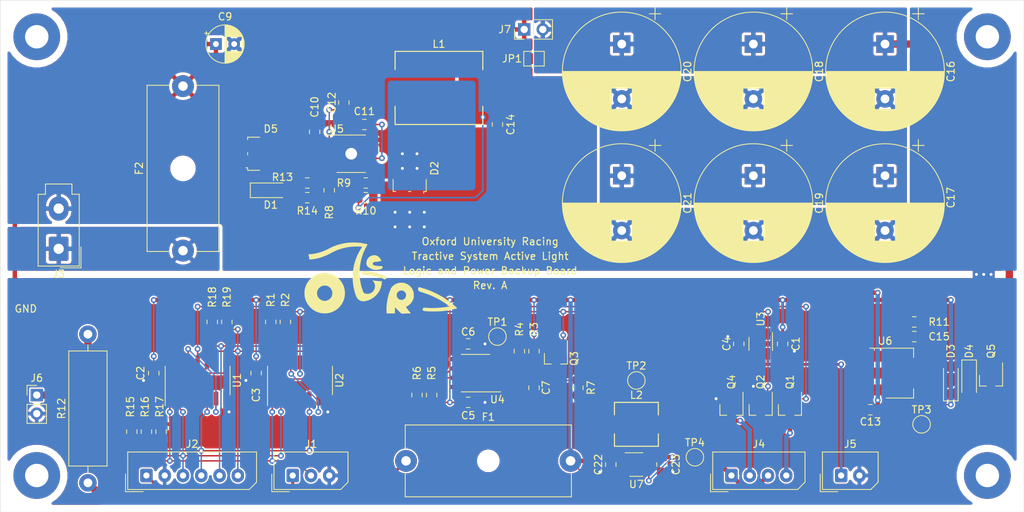
<source format=kicad_pcb>
(kicad_pcb (version 20171130) (host pcbnew 5.1.5)
  (layers (0 F.Cu signal) (31 B.Cu signal) (34 B.Paste user) (35 F.Paste user) (36 B.SilkS user) (37 F.SilkS user) (38 B.Mask user) (39 F.Mask user) (44 Edge.Cuts user))
  (net 0 "")
  (net 1 GND)
  (net 2 VCC)
  (net 3 /TS_Inact_Out)
  (net 4 "Net-(C6-Pad1)")
  (net 5 "Net-(C7-Pad1)")
  (net 6 /Power/VIN_F)
  (net 7 "Net-(C11-Pad1)")
  (net 8 "Net-(C12-Pad2)")
  (net 9 "Net-(C12-Pad1)")
  (net 10 /Power/Vcap)
  (net 11 "Net-(C15-Pad1)")
  (net 12 "Net-(C16-Pad2)")
  (net 13 +2V5)
  (net 14 /VCC_F)
  (net 15 VIN)
  (net 16 /Sense_1)
  (net 17 /AUX_3)
  (net 18 /AUX_2)
  (net 19 /AUX_1)
  (net 20 /Sense_2)
  (net 21 /GLED-)
  (net 22 /RLED-)
  (net 23 "Net-(J6-Pad1)")
  (net 24 "Net-(L2-Pad1)")
  (net 25 "Net-(Q1-Pad2)")
  (net 26 "Net-(Q1-Pad1)")
  (net 27 "Net-(Q2-Pad1)")
  (net 28 "Net-(Q3-Pad3)")
  (net 29 "Net-(Q4-Pad1)")
  (net 30 "Net-(R4-Pad1)")
  (net 31 "Net-(R5-Pad2)")
  (net 32 "Net-(R8-Pad1)")
  (net 33 "Net-(R10-Pad1)")
  (net 34 "Net-(U1-Pad13)")
  (net 35 "Net-(U1-Pad12)")
  (net 36 "Net-(U1-Pad3)")
  (net 37 "Net-(U2-Pad13)")
  (net 38 "Net-(U2-Pad12)")
  (net 39 "Net-(U2-Pad3)")
  (net 40 "Net-(C14-Pad1)")
  (net 41 "Net-(C10-Pad1)")
  (net 42 "Net-(R13-Pad2)")
  (module project:OUR-Logo (layer F.Cu) (at 152 78)
    (fp_text reference G*** hide)
    (fp_text value LOGO hide)
  )
  (module Capacitor_SMD:C_0805_2012Metric_Pad1.15x1.40mm_HandSolder (layer F.Cu) (at 173 93 270)
    (fp_text reference C7 (at 0 -1.65 90) (layer F.SilkS))
    (fp_text value 2.2u)
    (pad 2 smd roundrect (at 1.025 0 270) (size 1.15 1.4) (layers F.Cu F.Paste F.Mask) (roundrect_rratio 0.217391) (net 1 GND))
    (pad 1 smd roundrect (at -1.025 0 270) (size 1.15 1.4) (layers F.Cu F.Paste F.Mask) (roundrect_rratio 0.217391) (net 5 "Net-(C7-Pad1)"))
  )
  (module Capacitor_THT:CP_Radial_D5.0mm_P2.50mm (layer F.Cu) (at 129.5 46)
    (fp_text reference C9 (at 1.25 -3.75) (layer F.SilkS))
    (fp_text value 100u)
    (pad 2 thru_hole circle (at 2.5 0) (size 1.6 1.6) (drill 0.8) (layers *.Cu *.Mask) (net 1 GND))
    (pad 1 thru_hole rect (at 0 0) (size 1.6 1.6) (drill 0.8) (layers *.Cu *.Mask) (net 6 /Power/VIN_F))
  )
  (module TestPoint:TestPoint_Pad_D2.0mm (layer F.Cu) (at 187 92)
    (fp_text reference TP2 (at 0 -1.998) (layer F.SilkS))
    (fp_text value TP_RLED_Ctrl hide)
    (pad 1 smd circle (at 0 0) (size 2 2) (layers F.Cu F.Mask) (net 29 "Net-(Q4-Pad1)"))
  )
  (module TestPoint:TestPoint_Pad_D2.0mm (layer F.Cu) (at 168 86)
    (fp_text reference TP1 (at 0 -1.998) (layer F.SilkS))
    (fp_text value TP_Timer_En hide)
    (pad 1 smd circle (at 0 0) (size 2 2) (layers F.Cu F.Mask) (net 30 "Net-(R4-Pad1)"))
  )
  (module TestPoint:TestPoint_Pad_D2.0mm (layer F.Cu) (at 195 102.5)
    (fp_text reference TP4 (at 0 -1.998) (layer F.SilkS))
    (fp_text value TP_2V5 hide)
    (pad 1 smd circle (at 0 0) (size 2 2) (layers F.Cu F.Mask) (net 13 +2V5))
  )
  (module TestPoint:TestPoint_Pad_D2.0mm (layer F.Cu) (at 226 98)
    (fp_text reference TP3 (at 0 -1.998) (layer F.SilkS))
    (fp_text value TP_VCC hide)
    (pad 1 smd circle (at 0 0) (size 2 2) (layers F.Cu F.Mask) (net 2 VCC))
  )
  (module Resistor_SMD:R_0805_2012Metric_Pad1.15x1.40mm_HandSolder (layer F.Cu) (at 131 84 90)
    (fp_text reference R19 (at 3.4 0 90) (layer F.SilkS))
    (fp_text value 100k)
    (pad 2 smd roundrect (at 1.025 0 90) (size 1.15 1.4) (layers F.Cu F.Paste F.Mask) (roundrect_rratio 0.217391) (net 1 GND))
    (pad 1 smd roundrect (at -1.025 0 90) (size 1.15 1.4) (layers F.Cu F.Paste F.Mask) (roundrect_rratio 0.217391) (net 17 /AUX_3))
  )
  (module Resistor_SMD:R_0805_2012Metric_Pad1.15x1.40mm_HandSolder (layer F.Cu) (at 129 84 90)
    (fp_text reference R18 (at 3.4 0 90) (layer F.SilkS))
    (fp_text value 100k)
    (pad 2 smd roundrect (at 1.025 0 90) (size 1.15 1.4) (layers F.Cu F.Paste F.Mask) (roundrect_rratio 0.217391) (net 1 GND))
    (pad 1 smd roundrect (at -1.025 0 90) (size 1.15 1.4) (layers F.Cu F.Paste F.Mask) (roundrect_rratio 0.217391) (net 18 /AUX_2))
  )
  (module Resistor_SMD:R_0805_2012Metric_Pad1.15x1.40mm_HandSolder (layer F.Cu) (at 122 99 90)
    (fp_text reference R17 (at 3.4 -0.2 90) (layer F.SilkS))
    (fp_text value 100k)
    (pad 2 smd roundrect (at 1.025 0 90) (size 1.15 1.4) (layers F.Cu F.Paste F.Mask) (roundrect_rratio 0.217391) (net 1 GND))
    (pad 1 smd roundrect (at -1.025 0 90) (size 1.15 1.4) (layers F.Cu F.Paste F.Mask) (roundrect_rratio 0.217391) (net 19 /AUX_1))
  )
  (module Resistor_SMD:R_0805_2012Metric_Pad1.15x1.40mm_HandSolder (layer F.Cu) (at 120 99 90)
    (fp_text reference R16 (at 3.4 -0.2 90) (layer F.SilkS))
    (fp_text value 100k)
    (pad 2 smd roundrect (at 1.025 0 90) (size 1.15 1.4) (layers F.Cu F.Paste F.Mask) (roundrect_rratio 0.217391) (net 1 GND))
    (pad 1 smd roundrect (at -1.025 0 90) (size 1.15 1.4) (layers F.Cu F.Paste F.Mask) (roundrect_rratio 0.217391) (net 20 /Sense_2))
  )
  (module Resistor_SMD:R_0805_2012Metric_Pad1.15x1.40mm_HandSolder (layer F.Cu) (at 118 99 90)
    (fp_text reference R15 (at 3.4 -0.2 90) (layer F.SilkS))
    (fp_text value 100k)
    (pad 2 smd roundrect (at 1.025 0 90) (size 1.15 1.4) (layers F.Cu F.Paste F.Mask) (roundrect_rratio 0.217391) (net 1 GND))
    (pad 1 smd roundrect (at -1.025 0 90) (size 1.15 1.4) (layers F.Cu F.Paste F.Mask) (roundrect_rratio 0.217391) (net 16 /Sense_1))
  )
  (module Package_SO:SOIC-14_3.9x8.7mm_P1.27mm (layer F.Cu) (at 141 92 90)
    (fp_text reference U2 (at 0 5.4 90) (layer F.SilkS))
    (fp_text value 74HC08)
    (pad 14 smd roundrect (at 2.475 -3.81 90) (size 1.95 0.6) (layers F.Cu F.Paste F.Mask) (net 2 VCC))
    (pad 13 smd roundrect (at 2.475 -2.54 90) (size 1.95 0.6) (layers F.Cu F.Paste F.Mask) (net 37 "Net-(U2-Pad13)"))
    (pad 12 smd roundrect (at 2.475 -1.27 90) (size 1.95 0.6) (layers F.Cu F.Paste F.Mask) (net 38 "Net-(U2-Pad12)"))
    (pad 11 smd roundrect (at 2.475 0 90) (size 1.95 0.6) (layers F.Cu F.Paste F.Mask) (net 27 "Net-(Q2-Pad1)"))
    (pad 10 smd roundrect (at 2.475 1.27 90) (size 1.95 0.6) (layers F.Cu F.Paste F.Mask) (net 17 /AUX_3))
    (pad 9 smd roundrect (at 2.475 2.54 90) (size 1.95 0.6) (layers F.Cu F.Paste F.Mask) (net 18 /AUX_2))
    (pad 8 smd roundrect (at 2.475 3.81 90) (size 1.95 0.6) (layers F.Cu F.Paste F.Mask) (net 37 "Net-(U2-Pad13)"))
    (pad 7 smd roundrect (at -2.475 3.81 90) (size 1.95 0.6) (layers F.Cu F.Paste F.Mask) (net 1 GND))
    (pad 6 smd roundrect (at -2.475 2.54 90) (size 1.95 0.6) (layers F.Cu F.Paste F.Mask) (net 38 "Net-(U2-Pad12)"))
    (pad 5 smd roundrect (at -2.475 1.27 90) (size 1.95 0.6) (layers F.Cu F.Paste F.Mask) (net 19 /AUX_1))
    (pad 4 smd roundrect (at -2.475 0 90) (size 1.95 0.6) (layers F.Cu F.Paste F.Mask) (net 39 "Net-(U2-Pad3)"))
    (pad 3 smd roundrect (at -2.475 -1.27 90) (size 1.95 0.6) (layers F.Cu F.Paste F.Mask) (net 39 "Net-(U2-Pad3)"))
    (pad 2 smd roundrect (at -2.475 -2.54 90) (size 1.95 0.6) (layers F.Cu F.Paste F.Mask) (net 20 /Sense_2))
    (pad 1 smd roundrect (at -2.475 -3.81 90) (size 1.95 0.6) (layers F.Cu F.Paste F.Mask) (net 16 /Sense_1))
  )
  (module Package_SO:SOIC-14_3.9x8.7mm_P1.27mm (layer F.Cu) (at 127 92 90)
    (fp_text reference U1 (at 0 5.4 90) (layer F.SilkS))
    (fp_text value 74HC08)
    (pad 14 smd roundrect (at 2.475 -3.81 90) (size 1.95 0.6) (layers F.Cu F.Paste F.Mask) (net 2 VCC))
    (pad 13 smd roundrect (at 2.475 -2.54 90) (size 1.95 0.6) (layers F.Cu F.Paste F.Mask) (net 34 "Net-(U1-Pad13)"))
    (pad 12 smd roundrect (at 2.475 -1.27 90) (size 1.95 0.6) (layers F.Cu F.Paste F.Mask) (net 35 "Net-(U1-Pad12)"))
    (pad 11 smd roundrect (at 2.475 0 90) (size 1.95 0.6) (layers F.Cu F.Paste F.Mask) (net 26 "Net-(Q1-Pad1)"))
    (pad 10 smd roundrect (at 2.475 1.27 90) (size 1.95 0.6) (layers F.Cu F.Paste F.Mask) (net 18 /AUX_2))
    (pad 9 smd roundrect (at 2.475 2.54 90) (size 1.95 0.6) (layers F.Cu F.Paste F.Mask) (net 17 /AUX_3))
    (pad 8 smd roundrect (at 2.475 3.81 90) (size 1.95 0.6) (layers F.Cu F.Paste F.Mask) (net 34 "Net-(U1-Pad13)"))
    (pad 7 smd roundrect (at -2.475 3.81 90) (size 1.95 0.6) (layers F.Cu F.Paste F.Mask) (net 1 GND))
    (pad 6 smd roundrect (at -2.475 2.54 90) (size 1.95 0.6) (layers F.Cu F.Paste F.Mask) (net 35 "Net-(U1-Pad12)"))
    (pad 5 smd roundrect (at -2.475 1.27 90) (size 1.95 0.6) (layers F.Cu F.Paste F.Mask) (net 19 /AUX_1))
    (pad 4 smd roundrect (at -2.475 0 90) (size 1.95 0.6) (layers F.Cu F.Paste F.Mask) (net 36 "Net-(U1-Pad3)"))
    (pad 3 smd roundrect (at -2.475 -1.27 90) (size 1.95 0.6) (layers F.Cu F.Paste F.Mask) (net 36 "Net-(U1-Pad3)"))
    (pad 2 smd roundrect (at -2.475 -2.54 90) (size 1.95 0.6) (layers F.Cu F.Paste F.Mask) (net 20 /Sense_2))
    (pad 1 smd roundrect (at -2.475 -3.81 90) (size 1.95 0.6) (layers F.Cu F.Paste F.Mask) (net 16 /Sense_1))
  )
  (module Connector_Molex:Molex_SPOX_5267-06A_1x06_P2.50mm_Vertical (layer F.Cu) (at 120 105)
    (fp_text reference J2 (at 6.25 -4.3) (layer F.SilkS))
    (fp_text value Mini-SPOX)
    (pad 6 thru_hole oval (at 12.5 0) (size 1.7 1.85) (drill 0.85) (layers *.Cu *.Mask) (net 17 /AUX_3))
    (pad 5 thru_hole oval (at 10 0) (size 1.7 1.85) (drill 0.85) (layers *.Cu *.Mask) (net 18 /AUX_2))
    (pad 4 thru_hole oval (at 7.5 0) (size 1.7 1.85) (drill 0.85) (layers *.Cu *.Mask) (net 19 /AUX_1))
    (pad 3 thru_hole oval (at 5 0) (size 1.7 1.85) (drill 0.85) (layers *.Cu *.Mask) (net 20 /Sense_2))
    (pad 2 thru_hole oval (at 2.5 0) (size 1.7 1.85) (drill 0.85) (layers *.Cu *.Mask) (net 1 GND))
    (pad 1 thru_hole roundrect (at 0 0) (size 1.7 1.85) (drill 0.85) (layers *.Cu *.Mask) (roundrect_rratio 0.147059) (net 14 /VCC_F))
  )
  (module Capacitor_SMD:C_0805_2012Metric_Pad1.15x1.40mm_HandSolder (layer F.Cu) (at 225 86 180)
    (fp_text reference C15 (at -3.4 0) (layer F.SilkS))
    (fp_text value 10u)
    (pad 2 smd roundrect (at 1.025 0 180) (size 1.15 1.4) (layers F.Cu F.Paste F.Mask) (roundrect_rratio 0.217391) (net 1 GND))
    (pad 1 smd roundrect (at -1.025 0 180) (size 1.15 1.4) (layers F.Cu F.Paste F.Mask) (roundrect_rratio 0.217391) (net 11 "Net-(C15-Pad1)"))
  )
  (module Package_TO_SOT_SMD:SOT-23_Handsoldering (layer F.Cu) (at 235.5 92 270)
    (fp_text reference Q5 (at -4 0 90) (layer F.SilkS))
    (fp_text value IRLML6401)
    (pad 3 smd rect (at 1.5 0 270) (size 1.9 0.8) (layers F.Cu F.Paste F.Mask) (net 10 /Power/Vcap))
    (pad 2 smd rect (at -1.5 0.95 270) (size 1.9 0.8) (layers F.Cu F.Paste F.Mask) (net 2 VCC))
    (pad 1 smd rect (at -1.5 -0.95 270) (size 1.9 0.8) (layers F.Cu F.Paste F.Mask) (net 11 "Net-(C15-Pad1)"))
  )
  (module Resistor_THT:R_Axial_DIN0516_L15.5mm_D5.0mm_P20.32mm_Horizontal (layer F.Cu) (at 112 106 90)
    (fp_text reference R12 (at 10.16 -3.62 90) (layer F.SilkS))
    (fp_text value 4.7)
    (pad 2 thru_hole oval (at 20.32 0 90) (size 2.4 2.4) (drill 1.2) (layers *.Cu *.Mask) (net 23 "Net-(J6-Pad1)"))
    (pad 1 thru_hole circle (at 0 0 90) (size 2.4 2.4) (drill 1.2) (layers *.Cu *.Mask) (net 10 /Power/Vcap))
  )
  (module project:D_SOD-123_HandSolder (layer F.Cu) (at 232.5 92 270)
    (fp_text reference D4 (at -4 0 90) (layer F.SilkS))
    (fp_text value DFLS130L)
    (pad 1 smd rect (at -1.9 0 270) (size 1.4 1.2) (layers F.Cu F.Paste F.Mask) (net 2 VCC))
    (pad 2 smd rect (at 1.9 0 270) (size 1.4 1.2) (layers F.Cu F.Paste F.Mask) (net 10 /Power/Vcap))
  )
  (module project:D_SOD-123_HandSolder (layer F.Cu) (at 230 92 90)
    (fp_text reference D3 (at 4 0 90) (layer F.SilkS))
    (fp_text value DFLS130L)
    (pad 1 smd rect (at -1.9 0 90) (size 1.4 1.2) (layers F.Cu F.Paste F.Mask) (net 2 VCC))
    (pad 2 smd rect (at 1.9 0 90) (size 1.4 1.2) (layers F.Cu F.Paste F.Mask) (net 11 "Net-(C15-Pad1)"))
  )
  (module project:D_SOD-123_HandSolder (layer F.Cu) (at 137 66)
    (fp_text reference D1 (at 0 2) (layer F.SilkS))
    (fp_text value DFLS130L)
    (pad 1 smd rect (at -1.9 0) (size 1.4 1.2) (layers F.Cu F.Paste F.Mask) (net 6 /Power/VIN_F))
    (pad 2 smd rect (at 1.9 0) (size 1.4 1.2) (layers F.Cu F.Paste F.Mask) (net 1 GND))
  )
  (module Connector_Molex:Molex_Mini-Fit_Jr_5566-02A_2x01_P4.20mm_Vertical (layer F.Cu) (at 108 74 180)
    (fp_text reference J3 (at 0 -3.45) (layer F.SilkS))
    (fp_text value Mini-Fit_Jr)
    (pad 2 thru_hole oval (at 0 5.5 180) (size 2.7 3.3) (drill 1.4) (layers *.Cu *.Mask) (net 1 GND))
    (pad 1 thru_hole roundrect (at 0 0 180) (size 2.7 3.3) (drill 1.4) (layers *.Cu *.Mask) (roundrect_rratio 0.09259299999999999) (net 15 VIN))
  )
  (module Fuse:Fuseholder_Cylinder-5x20mm_Schurter_0031_8201_Horizontal_Open (layer F.Cu) (at 155.5 103)
    (fp_text reference F1 (at 11.25 -6) (layer F.SilkS))
    (fp_text value 1A)
    (pad 1 thru_hole circle (at 0 0) (size 3 3) (drill 1.3) (layers *.Cu *.Mask) (net 14 /VCC_F))
    (pad 2 thru_hole circle (at 22.5 0) (size 3 3) (drill 1.3) (layers *.Cu *.Mask) (net 2 VCC))
    (pad "" np_thru_hole circle (at 11.25 0) (size 2.7 2.7) (drill 2.7) (layers *.Cu *.Mask))
  )
  (module MountingHole:MountingHole_3.2mm_M3_Pad (layer F.Cu) (at 235 105)
    (fp_text reference H4 hide)
    (fp_text value MountingHole)
    (pad 1 thru_hole circle (at 0 0) (size 6.4 6.4) (drill 3.2) (layers *.Cu *.Mask) (clearance 1))
  )
  (module MountingHole:MountingHole_3.2mm_M3_Pad (layer F.Cu) (at 105 105)
    (fp_text reference H3 hide)
    (fp_text value MountingHole)
    (pad 1 thru_hole circle (at 0 0) (size 6.4 6.4) (drill 3.2) (layers *.Cu *.Mask))
  )
  (module MountingHole:MountingHole_3.2mm_M3_Pad (layer F.Cu) (at 235 45)
    (fp_text reference H2 hide)
    (fp_text value MountingHole)
    (pad 1 thru_hole circle (at 0 0) (size 6.4 6.4) (drill 3.2) (layers *.Cu *.Mask) (clearance 1))
  )
  (module MountingHole:MountingHole_3.2mm_M3_Pad (layer F.Cu) (at 105 45)
    (fp_text reference H1 hide)
    (fp_text value MountingHole)
    (pad 1 thru_hole circle (at 0 0) (size 6.4 6.4) (drill 3.2) (layers *.Cu *.Mask) (clearance 1))
  )
  (module Package_TO_SOT_SMD:SOT-23_Handsoldering (layer F.Cu) (at 200 96 270)
    (fp_text reference Q4 (at -3.8 0 90) (layer F.SilkS))
    (fp_text value IRLML2502)
    (pad 3 smd rect (at 1.5 0 270) (size 1.9 0.8) (layers F.Cu F.Paste F.Mask) (net 22 /RLED-))
    (pad 2 smd rect (at -1.5 0.95 270) (size 1.9 0.8) (layers F.Cu F.Paste F.Mask) (net 1 GND))
    (pad 1 smd rect (at -1.5 -0.95 270) (size 1.9 0.8) (layers F.Cu F.Paste F.Mask) (net 29 "Net-(Q4-Pad1)"))
  )
  (module Package_TO_SOT_SMD:SOT-23_Handsoldering (layer F.Cu) (at 176 89 270)
    (fp_text reference Q3 (at 0 -2.5 90) (layer F.SilkS))
    (fp_text value IRLML2502)
    (pad 3 smd rect (at 1.5 0 270) (size 1.9 0.8) (layers F.Cu F.Paste F.Mask) (net 28 "Net-(Q3-Pad3)"))
    (pad 2 smd rect (at -1.5 0.95 270) (size 1.9 0.8) (layers F.Cu F.Paste F.Mask) (net 1 GND))
    (pad 1 smd rect (at -1.5 -0.95 270) (size 1.9 0.8) (layers F.Cu F.Paste F.Mask) (net 27 "Net-(Q2-Pad1)"))
  )
  (module Package_TO_SOT_SMD:SOT-23_Handsoldering (layer F.Cu) (at 204 96 270)
    (fp_text reference Q2 (at -3.8 0 90) (layer F.SilkS))
    (fp_text value IRLML2502)
    (pad 3 smd rect (at 1.5 0 270) (size 1.9 0.8) (layers F.Cu F.Paste F.Mask) (net 25 "Net-(Q1-Pad2)"))
    (pad 2 smd rect (at -1.5 0.95 270) (size 1.9 0.8) (layers F.Cu F.Paste F.Mask) (net 1 GND))
    (pad 1 smd rect (at -1.5 -0.95 270) (size 1.9 0.8) (layers F.Cu F.Paste F.Mask) (net 27 "Net-(Q2-Pad1)"))
  )
  (module Package_TO_SOT_SMD:SOT-23_Handsoldering (layer F.Cu) (at 208 96 270)
    (fp_text reference Q1 (at -3.8 0 90) (layer F.SilkS))
    (fp_text value IRLML2502)
    (pad 3 smd rect (at 1.5 0 270) (size 1.9 0.8) (layers F.Cu F.Paste F.Mask) (net 21 /GLED-))
    (pad 2 smd rect (at -1.5 0.95 270) (size 1.9 0.8) (layers F.Cu F.Paste F.Mask) (net 25 "Net-(Q1-Pad2)"))
    (pad 1 smd rect (at -1.5 -0.95 270) (size 1.9 0.8) (layers F.Cu F.Paste F.Mask) (net 26 "Net-(Q1-Pad1)"))
  )
  (module Package_TO_SOT_SMD:SOT-23-5_HandSoldering (layer F.Cu) (at 204 87 270)
    (fp_text reference U3 (at -3.4 0 90) (layer F.SilkS))
    (fp_text value TLV70033)
    (pad 1 smd rect (at -1.35 -0.95 270) (size 1.56 0.65) (layers F.Cu F.Paste F.Mask) (net 2 VCC))
    (pad 2 smd rect (at -1.35 0 270) (size 1.56 0.65) (layers F.Cu F.Paste F.Mask) (net 1 GND))
    (pad 3 smd rect (at -1.35 0.95 270) (size 1.56 0.65) (layers F.Cu F.Paste F.Mask) (net 27 "Net-(Q2-Pad1)"))
    (pad 4 smd rect (at 1.35 0.95 270) (size 1.56 0.65) (layers F.Cu F.Paste F.Mask))
    (pad 5 smd rect (at 1.35 -0.95 270) (size 1.56 0.65) (layers F.Cu F.Paste F.Mask) (net 3 /TS_Inact_Out))
  )
  (module Package_TO_SOT_SMD:SOT-23-5_HandSoldering (layer F.Cu) (at 187 103.5)
    (fp_text reference U7 (at 0 2.7) (layer F.SilkS))
    (fp_text value TPS62205)
    (pad 1 smd rect (at -1.35 -0.95) (size 1.56 0.65) (layers F.Cu F.Paste F.Mask) (net 2 VCC))
    (pad 2 smd rect (at -1.35 0) (size 1.56 0.65) (layers F.Cu F.Paste F.Mask) (net 1 GND))
    (pad 3 smd rect (at -1.35 0.95) (size 1.56 0.65) (layers F.Cu F.Paste F.Mask) (net 2 VCC))
    (pad 4 smd rect (at 1.35 0.95) (size 1.56 0.65) (layers F.Cu F.Paste F.Mask) (net 13 +2V5))
    (pad 5 smd rect (at 1.35 -0.95) (size 1.56 0.65) (layers F.Cu F.Paste F.Mask) (net 24 "Net-(L2-Pad1)"))
  )
  (module project:CDRH62B (layer F.Cu) (at 187 98)
    (fp_text reference L2 (at 0 -4) (layer F.SilkS))
    (fp_text value 10u)
    (pad 2 smd rect (at 3.25 0) (size 2.5 2) (layers F.Cu F.Paste F.Mask) (net 13 +2V5))
    (pad 1 smd rect (at -3.25 0) (size 2.5 2) (layers F.Cu F.Paste F.Mask) (net 24 "Net-(L2-Pad1)"))
  )
  (module Jumper:SolderJumper-2_P1.3mm_Open_Pad1.0x1.5mm (layer F.Cu) (at 173 48)
    (fp_text reference JP1 (at -3 0) (layer F.SilkS))
    (fp_text value Jumper_2_Bridged hide)
    (pad 1 smd rect (at -0.65 0) (size 1 1.5) (layers F.Cu F.Mask) (net 40 "Net-(C14-Pad1)"))
    (pad 2 smd rect (at 0.65 0) (size 1 1.5) (layers F.Cu F.Mask) (net 10 /Power/Vcap))
  )
  (module Resistor_SMD:R_0805_2012Metric_Pad1.15x1.40mm_HandSolder (layer F.Cu) (at 142 67)
    (fp_text reference R14 (at 0 1.8) (layer F.SilkS))
    (fp_text value 100k)
    (pad 2 smd roundrect (at 1.025 0) (size 1.15 1.4) (layers F.Cu F.Paste F.Mask) (roundrect_rratio 0.217) (net 1 GND))
    (pad 1 smd roundrect (at -1.025 0) (size 1.15 1.4) (layers F.Cu F.Paste F.Mask) (roundrect_rratio 0.217391) (net 42 "Net-(R13-Pad2)"))
  )
  (module Resistor_SMD:R_0805_2012Metric_Pad1.15x1.40mm_HandSolder (layer F.Cu) (at 142 65)
    (fp_text reference R13 (at -3.4 -0.8 180) (layer F.SilkS))
    (fp_text value 820k)
    (pad 2 smd roundrect (at 1.025 0) (size 1.15 1.4) (layers F.Cu F.Paste F.Mask) (roundrect_rratio 0.217391) (net 42 "Net-(R13-Pad2)"))
    (pad 1 smd roundrect (at -1.025 0) (size 1.15 1.4) (layers F.Cu F.Paste F.Mask) (roundrect_rratio 0.217391) (net 6 /Power/VIN_F))
  )
  (module project:TO-277A_HandSolder (layer F.Cu) (at 137 61 90)
    (fp_text reference D5 (at 3.4 0) (layer F.SilkS))
    (fp_text value FSV1045V)
    (pad 1 smd rect (at -1.04 -3.33 90) (size 1.6 2.4) (layers F.Cu F.Paste F.Mask) (net 6 /Power/VIN_F))
    (pad 3 smd rect (at 0 1.68 90) (size 4.8 6) (layers F.Cu F.Mask) (net 41 "Net-(C10-Pad1)"))
    (pad 2 smd rect (at 1.04 -3.33 90) (size 1.6 2.4) (layers F.Cu F.Paste F.Mask) (net 6 /Power/VIN_F))
  )
  (module Resistor_SMD:R_0805_2012Metric_Pad1.15x1.40mm_HandSolder (layer F.Cu) (at 150 65 180)
    (fp_text reference R10 (at 0 -3.8) (layer F.SilkS))
    (fp_text value 22k)
    (pad 2 smd roundrect (at 1.025 0 180) (size 1.15 1.4) (layers F.Cu F.Paste F.Mask) (roundrect_rratio 0.217) (net 1 GND))
    (pad 1 smd roundrect (at -1.025 0 180) (size 1.15 1.4) (layers F.Cu F.Paste F.Mask) (roundrect_rratio 0.217391) (net 33 "Net-(R10-Pad1)"))
  )
  (module project:TO-277A_HandSolder (layer F.Cu) (at 156 63 180)
    (fp_text reference D2 (at -3.4 0 270) (layer F.SilkS))
    (fp_text value FSV1045V)
    (pad 1 smd rect (at -1.04 -3.33 180) (size 1.6 2.4) (layers F.Cu F.Paste F.Mask) (net 1 GND))
    (pad 3 smd rect (at 0 1.68 180) (size 4.8 6) (layers F.Cu F.Mask) (net 8 "Net-(C12-Pad2)"))
    (pad 2 smd rect (at 1.04 -3.33 180) (size 1.6 2.4) (layers F.Cu F.Paste F.Mask) (net 1 GND))
  )
  (module project:104CDMCCDS (layer F.Cu) (at 160 52)
    (fp_text reference L1 (at 0 -6) (layer F.SilkS))
    (fp_text value 15u)
    (pad 2 smd rect (at 5.1 0) (size 4.8 4.2) (layers F.Cu F.Paste F.Mask) (net 40 "Net-(C14-Pad1)"))
    (pad 1 smd rect (at -5.1 0) (size 4.8 4.2) (layers F.Cu F.Paste F.Mask) (net 8 "Net-(C12-Pad2)"))
  )
  (module Connector_PinHeader_2.54mm:PinHeader_1x02_P2.54mm_Vertical (layer F.Cu) (at 171.66 44 90)
    (fp_text reference J7 (at 0 -2.66 180) (layer F.SilkS))
    (fp_text value Jumper)
    (pad 2 thru_hole oval (at 0 2.54 90) (size 1.7 1.7) (drill 1) (layers *.Cu *.Mask) (net 10 /Power/Vcap))
    (pad 1 thru_hole rect (at 0 0 90) (size 1.7 1.7) (drill 1) (layers *.Cu *.Mask) (net 40 "Net-(C14-Pad1)"))
  )
  (module Capacitor_THT:CP_Radial_D16.0mm_P7.50mm (layer F.Cu) (at 185 64 270)
    (fp_text reference C21 (at 3.75 -9 90) (layer F.SilkS))
    (fp_text value DNP)
    (pad 2 thru_hole circle (at 7.5 0 270) (size 2.4 2.4) (drill 1.2) (layers *.Cu *.Mask) (net 1 GND))
    (pad 1 thru_hole rect (at 0 0 270) (size 2.4 2.4) (drill 1.2) (layers *.Cu *.Mask) (net 12 "Net-(C16-Pad2)"))
  )
  (module Capacitor_THT:CP_Radial_D16.0mm_P7.50mm (layer F.Cu) (at 185 46 270)
    (fp_text reference C20 (at 3.75 -9 90) (layer F.SilkS))
    (fp_text value DNP)
    (pad 2 thru_hole circle (at 7.5 0 270) (size 2.4 2.4) (drill 1.2) (layers *.Cu *.Mask) (net 12 "Net-(C16-Pad2)"))
    (pad 1 thru_hole rect (at 0 0 270) (size 2.4 2.4) (drill 1.2) (layers *.Cu *.Mask) (net 10 /Power/Vcap))
  )
  (module Capacitor_THT:CP_Radial_D16.0mm_P7.50mm (layer F.Cu) (at 203 64 270)
    (fp_text reference C19 (at 3.75 -9 90) (layer F.SilkS))
    (fp_text value 25)
    (pad 2 thru_hole circle (at 7.5 0 270) (size 2.4 2.4) (drill 1.2) (layers *.Cu *.Mask) (net 1 GND))
    (pad 1 thru_hole rect (at 0 0 270) (size 2.4 2.4) (drill 1.2) (layers *.Cu *.Mask) (net 12 "Net-(C16-Pad2)"))
  )
  (module Capacitor_THT:CP_Radial_D16.0mm_P7.50mm (layer F.Cu) (at 203 46 270)
    (fp_text reference C18 (at 3.75 -9 90) (layer F.SilkS))
    (fp_text value 25)
    (pad 2 thru_hole circle (at 7.5 0 270) (size 2.4 2.4) (drill 1.2) (layers *.Cu *.Mask) (net 12 "Net-(C16-Pad2)"))
    (pad 1 thru_hole rect (at 0 0 270) (size 2.4 2.4) (drill 1.2) (layers *.Cu *.Mask) (net 10 /Power/Vcap))
  )
  (module Capacitor_THT:CP_Radial_D16.0mm_P7.50mm (layer F.Cu) (at 221 64 270)
    (fp_text reference C17 (at 3 -9 90) (layer F.SilkS))
    (fp_text value 25)
    (pad 2 thru_hole circle (at 7.5 0 270) (size 2.4 2.4) (drill 1.2) (layers *.Cu *.Mask) (net 1 GND))
    (pad 1 thru_hole rect (at 0 0 270) (size 2.4 2.4) (drill 1.2) (layers *.Cu *.Mask) (net 12 "Net-(C16-Pad2)"))
  )
  (module Capacitor_THT:CP_Radial_D16.0mm_P7.50mm (layer F.Cu) (at 221 46 270)
    (fp_text reference C16 (at 3.75 -9 90) (layer F.SilkS))
    (fp_text value 25)
    (pad 2 thru_hole circle (at 7.5 0 270) (size 2.4 2.4) (drill 1.2) (layers *.Cu *.Mask) (net 12 "Net-(C16-Pad2)"))
    (pad 1 thru_hole rect (at 0 0 270) (size 2.4 2.4) (drill 1.2) (layers *.Cu *.Mask) (net 10 /Power/Vcap))
  )
  (module Package_TO_SOT_SMD:SOT-223-3_TabPin2 (layer F.Cu) (at 223 91)
    (fp_text reference U6 (at -2 -4.4) (layer F.SilkS))
    (fp_text value ZLDO1117G50)
    (pad 2 smd rect (at 3.15 0) (size 2 3.8) (layers F.Cu F.Paste F.Mask) (net 11 "Net-(C15-Pad1)"))
    (pad 2 smd rect (at -3.15 0) (size 2 1.5) (layers F.Cu F.Paste F.Mask) (net 11 "Net-(C15-Pad1)"))
    (pad 3 smd rect (at -3.15 2.3) (size 2 1.5) (layers F.Cu F.Paste F.Mask) (net 6 /Power/VIN_F))
    (pad 1 smd rect (at -3.15 -2.3) (size 2 1.5) (layers F.Cu F.Paste F.Mask) (net 1 GND))
  )
  (module Package_SO:SOIC-8-1EP_3.9x4.9mm_P1.27mm_EP2.41x3.3mm (layer F.Cu) (at 148 61)
    (fp_text reference U5 (at -2 -3.4) (layer F.SilkS))
    (fp_text value LMR14030)
    (pad 9 smd roundrect (at 0 0) (size 2.41 3.3) (layers F.Cu F.Mask) (roundrect_rratio 0.104) (net 1 GND))
    (pad 1 smd roundrect (at -2.475 -1.905) (size 1.95 0.6) (layers F.Cu F.Paste F.Mask) (net 9 "Net-(C12-Pad1)"))
    (pad 2 smd roundrect (at -2.475 -0.635) (size 1.95 0.6) (layers F.Cu F.Paste F.Mask) (net 41 "Net-(C10-Pad1)"))
    (pad 3 smd roundrect (at -2.475 0.635) (size 1.95 0.6) (layers F.Cu F.Paste F.Mask) (net 42 "Net-(R13-Pad2)"))
    (pad 4 smd roundrect (at -2.475 1.905) (size 1.95 0.6) (layers F.Cu F.Paste F.Mask) (net 32 "Net-(R8-Pad1)"))
    (pad 5 smd roundrect (at 2.475 1.905) (size 1.95 0.6) (layers F.Cu F.Paste F.Mask) (net 33 "Net-(R10-Pad1)"))
    (pad 6 smd roundrect (at 2.475 0.635) (size 1.95 0.6) (layers F.Cu F.Paste F.Mask) (net 7 "Net-(C11-Pad1)"))
    (pad 7 smd roundrect (at 2.475 -0.635) (size 1.95 0.6) (layers F.Cu F.Paste F.Mask) (net 1 GND))
    (pad 8 smd roundrect (at 2.475 -1.905) (size 1.95 0.6) (layers F.Cu F.Paste F.Mask) (net 8 "Net-(C12-Pad2)"))
  )
  (module Package_SO:SOIC-8_3.9x4.9mm_P1.27mm (layer F.Cu) (at 165 91 180)
    (fp_text reference U4 (at -3 -3.6) (layer F.SilkS))
    (fp_text value LMC555)
    (pad 8 smd roundrect (at 2.475 -1.905 180) (size 1.95 0.6) (layers F.Cu F.Paste F.Mask) (net 2 VCC))
    (pad 7 smd roundrect (at 2.475 -0.635 180) (size 1.95 0.6) (layers F.Cu F.Paste F.Mask) (net 31 "Net-(R5-Pad2)"))
    (pad 6 smd roundrect (at 2.475 0.635 180) (size 1.95 0.6) (layers F.Cu F.Paste F.Mask) (net 5 "Net-(C7-Pad1)"))
    (pad 5 smd roundrect (at 2.475 1.905 180) (size 1.95 0.6) (layers F.Cu F.Paste F.Mask) (net 4 "Net-(C6-Pad1)"))
    (pad 4 smd roundrect (at -2.475 1.905 180) (size 1.95 0.6) (layers F.Cu F.Paste F.Mask) (net 30 "Net-(R4-Pad1)"))
    (pad 3 smd roundrect (at -2.475 0.635 180) (size 1.95 0.6) (layers F.Cu F.Paste F.Mask) (net 29 "Net-(Q4-Pad1)"))
    (pad 2 smd roundrect (at -2.475 -0.635 180) (size 1.95 0.6) (layers F.Cu F.Paste F.Mask) (net 5 "Net-(C7-Pad1)"))
    (pad 1 smd roundrect (at -2.475 -1.905 180) (size 1.95 0.6) (layers F.Cu F.Paste F.Mask) (net 1 GND))
  )
  (module Resistor_SMD:R_0805_2012Metric_Pad1.15x1.40mm_HandSolder (layer F.Cu) (at 225 84)
    (fp_text reference R11 (at 3.4 0) (layer F.SilkS))
    (fp_text value 1k)
    (pad 2 smd roundrect (at 1.025 0) (size 1.15 1.4) (layers F.Cu F.Paste F.Mask) (roundrect_rratio 0.217391) (net 1 GND))
    (pad 1 smd roundrect (at -1.025 0) (size 1.15 1.4) (layers F.Cu F.Paste F.Mask) (roundrect_rratio 0.217391) (net 11 "Net-(C15-Pad1)"))
  )
  (module Resistor_SMD:R_0805_2012Metric_Pad1.15x1.40mm_HandSolder (layer F.Cu) (at 150 67)
    (fp_text reference R9 (at -3 -2) (layer F.SilkS))
    (fp_text value 130k)
    (pad 2 smd roundrect (at 1.025 0) (size 1.15 1.4) (layers F.Cu F.Paste F.Mask) (roundrect_rratio 0.217391) (net 33 "Net-(R10-Pad1)"))
    (pad 1 smd roundrect (at -1.025 0) (size 1.15 1.4) (layers F.Cu F.Paste F.Mask) (roundrect_rratio 0.217391) (net 40 "Net-(C14-Pad1)"))
  )
  (module Resistor_SMD:R_0805_2012Metric_Pad1.15x1.40mm_HandSolder (layer F.Cu) (at 145 66 270)
    (fp_text reference R8 (at 3 0 270) (layer F.SilkS))
    (fp_text value 100k)
    (pad 2 smd roundrect (at 1.025 0 270) (size 1.15 1.4) (layers F.Cu F.Paste F.Mask) (roundrect_rratio 0.217) (net 1 GND))
    (pad 1 smd roundrect (at -1.025 0 270) (size 1.15 1.4) (layers F.Cu F.Paste F.Mask) (roundrect_rratio 0.217391) (net 32 "Net-(R8-Pad1)"))
  )
  (module Resistor_SMD:R_0805_2012Metric_Pad1.15x1.40mm_HandSolder (layer F.Cu) (at 179 93 270)
    (fp_text reference R7 (at 0 -1.8 90) (layer F.SilkS))
    (fp_text value 100k)
    (pad 2 smd roundrect (at 1.025 0 270) (size 1.15 1.4) (layers F.Cu F.Paste F.Mask) (roundrect_rratio 0.217391) (net 1 GND))
    (pad 1 smd roundrect (at -1.025 0 270) (size 1.15 1.4) (layers F.Cu F.Paste F.Mask) (roundrect_rratio 0.217391) (net 29 "Net-(Q4-Pad1)"))
  )
  (module Resistor_SMD:R_0805_2012Metric_Pad1.15x1.40mm_HandSolder (layer F.Cu) (at 157 94 270)
    (fp_text reference R6 (at -3 0 90) (layer F.SilkS))
    (fp_text value 100k)
    (pad 2 smd roundrect (at 1.025 0 270) (size 1.15 1.4) (layers F.Cu F.Paste F.Mask) (roundrect_rratio 0.217391) (net 5 "Net-(C7-Pad1)"))
    (pad 1 smd roundrect (at -1.025 0 270) (size 1.15 1.4) (layers F.Cu F.Paste F.Mask) (roundrect_rratio 0.217391) (net 31 "Net-(R5-Pad2)"))
  )
  (module Resistor_SMD:R_0805_2012Metric_Pad1.15x1.40mm_HandSolder (layer F.Cu) (at 159 94 90)
    (fp_text reference R5 (at 3 0 90) (layer F.SilkS))
    (fp_text value 22k)
    (pad 2 smd roundrect (at 1.025 0 90) (size 1.15 1.4) (layers F.Cu F.Paste F.Mask) (roundrect_rratio 0.217391) (net 31 "Net-(R5-Pad2)"))
    (pad 1 smd roundrect (at -1.025 0 90) (size 1.15 1.4) (layers F.Cu F.Paste F.Mask) (roundrect_rratio 0.217391) (net 2 VCC))
  )
  (module Resistor_SMD:R_0805_2012Metric_Pad1.15x1.40mm_HandSolder (layer F.Cu) (at 171 88 270)
    (fp_text reference R4 (at -3 0 90) (layer F.SilkS))
    (fp_text value 22k)
    (pad 1 smd roundrect (at -1.025 0 270) (size 1.15 1.4) (layers F.Cu F.Paste F.Mask) (roundrect_rratio 0.217391) (net 30 "Net-(R4-Pad1)"))
    (pad 2 smd roundrect (at 1.025 0 270) (size 1.15 1.4) (layers F.Cu F.Paste F.Mask) (roundrect_rratio 0.217391) (net 28 "Net-(Q3-Pad3)"))
  )
  (module Resistor_SMD:R_0805_2012Metric_Pad1.15x1.40mm_HandSolder (layer F.Cu) (at 173 88 270)
    (fp_text reference R3 (at -3 0 90) (layer F.SilkS))
    (fp_text value 22k)
    (pad 1 smd roundrect (at -1.025 0 270) (size 1.15 1.4) (layers F.Cu F.Paste F.Mask) (roundrect_rratio 0.217391) (net 2 VCC))
    (pad 2 smd roundrect (at 1.025 0 270) (size 1.15 1.4) (layers F.Cu F.Paste F.Mask) (roundrect_rratio 0.217391) (net 28 "Net-(Q3-Pad3)"))
  )
  (module Resistor_SMD:R_0805_2012Metric_Pad1.15x1.40mm_HandSolder (layer F.Cu) (at 139 84 270)
    (fp_text reference R2 (at -3 0 90) (layer F.SilkS))
    (fp_text value 100k)
    (pad 2 smd roundrect (at 1.025 0 270) (size 1.15 1.4) (layers F.Cu F.Paste F.Mask) (roundrect_rratio 0.217391) (net 1 GND))
    (pad 1 smd roundrect (at -1.025 0 270) (size 1.15 1.4) (layers F.Cu F.Paste F.Mask) (roundrect_rratio 0.217391) (net 27 "Net-(Q2-Pad1)"))
  )
  (module Resistor_SMD:R_0805_2012Metric_Pad1.15x1.40mm_HandSolder (layer F.Cu) (at 137 84 270)
    (fp_text reference R1 (at -3 0 90) (layer F.SilkS))
    (fp_text value 100k)
    (pad 2 smd roundrect (at 1.025 0 270) (size 1.15 1.4) (layers F.Cu F.Paste F.Mask) (roundrect_rratio 0.217391) (net 1 GND))
    (pad 1 smd roundrect (at -1.025 0 270) (size 1.15 1.4) (layers F.Cu F.Paste F.Mask) (roundrect_rratio 0.217391) (net 26 "Net-(Q1-Pad1)"))
  )
  (module Connector_PinHeader_2.54mm:PinHeader_1x02_P2.54mm_Vertical (layer F.Cu) (at 105 94)
    (fp_text reference J6 (at 0 -2.33) (layer F.SilkS))
    (fp_text value Jumper)
    (pad 2 thru_hole oval (at 0 2.54) (size 1.7 1.7) (drill 1) (layers *.Cu *.Mask) (net 1 GND))
    (pad 1 thru_hole rect (at 0 0) (size 1.7 1.7) (drill 1) (layers *.Cu *.Mask) (net 23 "Net-(J6-Pad1)"))
  )
  (module Connector_Molex:Molex_SPOX_5267-02A_1x02_P2.50mm_Vertical (layer F.Cu) (at 215 105)
    (fp_text reference J5 (at 1.25 -4.3) (layer F.SilkS))
    (fp_text value Mini-SPOX)
    (pad 2 thru_hole oval (at 2.5 0) (size 1.7 1.85) (drill 0.85) (layers *.Cu *.Mask) (net 1 GND))
    (pad 1 thru_hole roundrect (at 0 0) (size 1.7 1.85) (drill 0.85) (layers *.Cu *.Mask) (roundrect_rratio 0.147059) (net 3 /TS_Inact_Out))
  )
  (module Connector_Molex:Molex_SPOX_5267-04A_1x04_P2.50mm_Vertical (layer F.Cu) (at 200 105)
    (fp_text reference J4 (at 3.75 -4.3) (layer F.SilkS))
    (fp_text value Mini-SPOX)
    (pad 4 thru_hole oval (at 7.5 0) (size 1.7 1.85) (drill 0.85) (layers *.Cu *.Mask) (net 21 /GLED-))
    (pad 3 thru_hole oval (at 5 0) (size 1.7 1.85) (drill 0.85) (layers *.Cu *.Mask) (net 13 +2V5))
    (pad 2 thru_hole oval (at 2.5 0) (size 1.7 1.85) (drill 0.85) (layers *.Cu *.Mask) (net 22 /RLED-))
    (pad 1 thru_hole roundrect (at 0 0) (size 1.7 1.85) (drill 0.85) (layers *.Cu *.Mask) (roundrect_rratio 0.147059) (net 13 +2V5))
  )
  (module Connector_Molex:Molex_SPOX_5267-03A_1x03_P2.50mm_Vertical (layer F.Cu) (at 140 105)
    (fp_text reference J1 (at 2.5 -4.3) (layer F.SilkS))
    (fp_text value Mini-SPOX)
    (pad 3 thru_hole oval (at 5 0) (size 1.7 1.85) (drill 0.85) (layers *.Cu *.Mask) (net 1 GND))
    (pad 2 thru_hole oval (at 2.5 0) (size 1.7 1.85) (drill 0.85) (layers *.Cu *.Mask) (net 16 /Sense_1))
    (pad 1 thru_hole roundrect (at 0 0) (size 1.7 1.85) (drill 0.85) (layers *.Cu *.Mask) (roundrect_rratio 0.147059) (net 14 /VCC_F))
  )
  (module Fuse:Fuseholder_Cylinder-5x20mm_Schurter_0031_8201_Horizontal_Open (layer F.Cu) (at 125 51.75 270)
    (fp_text reference F2 (at 11.25 6 90) (layer F.SilkS))
    (fp_text value 3A)
    (pad 1 thru_hole circle (at 0 0 270) (size 3 3) (drill 1.3) (layers *.Cu *.Mask) (net 6 /Power/VIN_F))
    (pad 2 thru_hole circle (at 22.5 0 270) (size 3 3) (drill 1.3) (layers *.Cu *.Mask) (net 15 VIN))
    (pad "" np_thru_hole circle (at 11.25 0 270) (size 2.7 2.7) (drill 2.7) (layers *.Cu *.Mask))
  )
  (module Capacitor_SMD:C_0805_2012Metric_Pad1.15x1.40mm_HandSolder (layer F.Cu) (at 190.5 103.5 270)
    (fp_text reference C23 (at 0 -1.9 90) (layer F.SilkS))
    (fp_text value 10u)
    (pad 1 smd roundrect (at -1.025 0 270) (size 1.15 1.4) (layers F.Cu F.Paste F.Mask) (roundrect_rratio 0.217391) (net 13 +2V5))
    (pad 2 smd roundrect (at 1.025 0 270) (size 1.15 1.4) (layers F.Cu F.Paste F.Mask) (roundrect_rratio 0.217391) (net 1 GND))
  )
  (module Capacitor_SMD:C_0805_2012Metric_Pad1.15x1.40mm_HandSolder (layer F.Cu) (at 183.5 103.5 270)
    (fp_text reference C22 (at 0 1.7 90) (layer F.SilkS))
    (fp_text value 10u)
    (pad 1 smd roundrect (at -1.025 0 270) (size 1.15 1.4) (layers F.Cu F.Paste F.Mask) (roundrect_rratio 0.217391) (net 2 VCC))
    (pad 2 smd roundrect (at 1.025 0 270) (size 1.15 1.4) (layers F.Cu F.Paste F.Mask) (roundrect_rratio 0.217391) (net 1 GND))
  )
  (module Capacitor_SMD:C_0805_2012Metric_Pad1.15x1.40mm_HandSolder (layer F.Cu) (at 168 57 270)
    (fp_text reference C14 (at 0 -1.8 90) (layer F.SilkS))
    (fp_text value 10u)
    (pad 2 smd roundrect (at 1.025 0 270) (size 1.15 1.4) (layers F.Cu F.Paste F.Mask) (roundrect_rratio 0.217) (net 1 GND))
    (pad 1 smd roundrect (at -1.025 0 270) (size 1.15 1.4) (layers F.Cu F.Paste F.Mask) (roundrect_rratio 0.217) (net 40 "Net-(C14-Pad1)"))
  )
  (module Capacitor_SMD:C_0805_2012Metric_Pad1.15x1.40mm_HandSolder (layer F.Cu) (at 219 96 180)
    (fp_text reference C13 (at 0 -1.65) (layer F.SilkS))
    (fp_text value 10u)
    (pad 2 smd roundrect (at 1.025 0 180) (size 1.15 1.4) (layers F.Cu F.Paste F.Mask) (roundrect_rratio 0.217391) (net 1 GND))
    (pad 1 smd roundrect (at -1.025 0 180) (size 1.15 1.4) (layers F.Cu F.Paste F.Mask) (roundrect_rratio 0.217391) (net 6 /Power/VIN_F))
  )
  (module Capacitor_SMD:C_0805_2012Metric_Pad1.15x1.40mm_HandSolder (layer F.Cu) (at 147 54 90)
    (fp_text reference C12 (at 0 -1.65 90) (layer F.SilkS))
    (fp_text value 100n)
    (pad 2 smd roundrect (at 1.025 0 90) (size 1.15 1.4) (layers F.Cu F.Paste F.Mask) (roundrect_rratio 0.217) (net 8 "Net-(C12-Pad2)"))
    (pad 1 smd roundrect (at -1.025 0 90) (size 1.15 1.4) (layers F.Cu F.Paste F.Mask) (roundrect_rratio 0.217391) (net 9 "Net-(C12-Pad1)"))
  )
  (module Capacitor_SMD:C_0805_2012Metric_Pad1.15x1.40mm_HandSolder (layer F.Cu) (at 149.8 57 180)
    (fp_text reference C11 (at 0 1.8) (layer F.SilkS))
    (fp_text value 100n)
    (pad 2 smd roundrect (at 1.025 0 180) (size 1.15 1.4) (layers F.Cu F.Paste F.Mask) (roundrect_rratio 0.217) (net 1 GND))
    (pad 1 smd roundrect (at -1.025 0 180) (size 1.15 1.4) (layers F.Cu F.Paste F.Mask) (roundrect_rratio 0.217391) (net 7 "Net-(C11-Pad1)"))
  )
  (module Capacitor_SMD:C_0805_2012Metric_Pad1.15x1.40mm_HandSolder (layer F.Cu) (at 143 58 90)
    (fp_text reference C10 (at 3.4 0 90) (layer F.SilkS))
    (fp_text value 10u)
    (pad 2 smd roundrect (at 1.025 0 90) (size 1.15 1.4) (layers F.Cu F.Paste F.Mask) (roundrect_rratio 0.217391) (net 1 GND))
    (pad 1 smd roundrect (at -1.025 0 90) (size 1.15 1.4) (layers F.Cu F.Paste F.Mask) (roundrect_rratio 0.217391) (net 41 "Net-(C10-Pad1)"))
  )
  (module Capacitor_SMD:C_0805_2012Metric_Pad1.15x1.40mm_HandSolder (layer F.Cu) (at 164 87)
    (fp_text reference C6 (at 0 -1.65) (layer F.SilkS))
    (fp_text value 100n)
    (pad 2 smd roundrect (at 1.025 0) (size 1.15 1.4) (layers F.Cu F.Paste F.Mask) (roundrect_rratio 0.217391) (net 1 GND))
    (pad 1 smd roundrect (at -1.025 0) (size 1.15 1.4) (layers F.Cu F.Paste F.Mask) (roundrect_rratio 0.217391) (net 4 "Net-(C6-Pad1)"))
  )
  (module Capacitor_SMD:C_0805_2012Metric_Pad1.15x1.40mm_HandSolder (layer F.Cu) (at 164 95)
    (fp_text reference C5 (at 0 1.8) (layer F.SilkS))
    (fp_text value 100n)
    (pad 2 smd roundrect (at 1.025 0) (size 1.15 1.4) (layers F.Cu F.Paste F.Mask) (roundrect_rratio 0.217391) (net 1 GND))
    (pad 1 smd roundrect (at -1.025 0) (size 1.15 1.4) (layers F.Cu F.Paste F.Mask) (roundrect_rratio 0.217391) (net 2 VCC))
  )
  (module Capacitor_SMD:C_0805_2012Metric_Pad1.15x1.40mm_HandSolder (layer F.Cu) (at 201 87 90)
    (fp_text reference C4 (at 0 -1.65 90) (layer F.SilkS))
    (fp_text value 10u)
    (pad 2 smd roundrect (at 1.025 0 90) (size 1.15 1.4) (layers F.Cu F.Paste F.Mask) (roundrect_rratio 0.217391) (net 1 GND))
    (pad 1 smd roundrect (at -1.025 0 90) (size 1.15 1.4) (layers F.Cu F.Paste F.Mask) (roundrect_rratio 0.217391) (net 3 /TS_Inact_Out))
  )
  (module Capacitor_SMD:C_0805_2012Metric_Pad1.15x1.40mm_HandSolder (layer F.Cu) (at 135 91 270)
    (fp_text reference C3 (at 3 0 90) (layer F.SilkS))
    (fp_text value 100n)
    (pad 2 smd roundrect (at 1.025 0 270) (size 1.15 1.4) (layers F.Cu F.Paste F.Mask) (roundrect_rratio 0.217391) (net 1 GND))
    (pad 1 smd roundrect (at -1.025 0 270) (size 1.15 1.4) (layers F.Cu F.Paste F.Mask) (roundrect_rratio 0.217391) (net 2 VCC))
  )
  (module Capacitor_SMD:C_0805_2012Metric_Pad1.15x1.40mm_HandSolder (layer F.Cu) (at 121 91 270)
    (fp_text reference C2 (at 0 1.8 90) (layer F.SilkS))
    (fp_text value 100n)
    (pad 2 smd roundrect (at 1.025 0 270) (size 1.15 1.4) (layers F.Cu F.Paste F.Mask) (roundrect_rratio 0.217391) (net 1 GND))
    (pad 1 smd roundrect (at -1.025 0 270) (size 1.15 1.4) (layers F.Cu F.Paste F.Mask) (roundrect_rratio 0.217391) (net 2 VCC))
  )
  (module Capacitor_SMD:C_0805_2012Metric_Pad1.15x1.40mm_HandSolder (layer F.Cu) (at 207 87 270)
    (fp_text reference C1 (at 0 -1.8 90) (layer F.SilkS))
    (fp_text value 10u)
    (pad 2 smd roundrect (at 1.025 0 270) (size 1.15 1.4) (layers F.Cu F.Paste F.Mask) (roundrect_rratio 0.217391) (net 1 GND))
    (pad 1 smd roundrect (at -1.025 0 270) (size 1.15 1.4) (layers F.Cu F.Paste F.Mask) (roundrect_rratio 0.217391) (net 2 VCC))
  )
  (gr_text GND (at 103.5 82.2) (layer F.SilkS) (effects (font (size 1 1))))
  (gr_text "Rev. A" (at 167 79) (layer F.SilkS) (effects (font (size 1 1))))
  (gr_text "Logic and Power Backup Board" (at 167 77) (layer F.SilkS) (effects (font (size 1 1))))
  (gr_text "Tractive System Active Light" (at 167 75) (layer F.SilkS) (effects (font (size 1 1))))
  (gr_text "Oxford University Racing" (at 167 73) (layer F.SilkS) (effects (font (size 1 1))))
  (gr_line (start 100 110) (end 240 110) (layer Edge.Cuts) (width 0.05))
  (gr_line (start 100 40) (end 100 110) (layer Edge.Cuts) (width 0.05))
  (gr_line (start 240 40) (end 240 110) (layer Edge.Cuts) (width 0.05))
  (gr_line (start 240 40) (end 100 40) (layer Edge.Cuts) (width 0.05))
  (via (at 148 61) (size 1.8) (drill 1.6) (layers F.Cu B.Cu) (net 1))
  (segment (start 142.975 57) (end 143 56.975) (width 0.2) (layer F.Cu) (net 1))
  (segment (start 141.4 57) (end 142.975 57) (width 0.2) (layer F.Cu) (net 1))
  (segment (start 145 67.025) (end 147 67.025) (width 0.2) (layer F.Cu) (net 1))
  (segment (start 148.975 65) (end 147 65) (width 0.2) (layer F.Cu) (net 1))
  (segment (start 143.025 67) (end 143.025 69) (width 0.2) (layer F.Cu) (net 1))
  (via (at 158 69) (size 0.8) (drill 0.4) (layers F.Cu B.Cu) (net 1))
  (via (at 156 69) (size 0.8) (drill 0.4) (layers F.Cu B.Cu) (net 1))
  (via (at 156 71) (size 0.8) (drill 0.4) (layers F.Cu B.Cu) (net 1))
  (via (at 158 71) (size 0.8) (drill 0.4) (layers F.Cu B.Cu) (net 1))
  (segment (start 148.775 57) (end 148.775 58.725) (width 0.2) (layer F.Cu) (net 1))
  (via (at 154 71) (size 0.8) (drill 0.4) (layers F.Cu B.Cu) (net 1))
  (via (at 154 69) (size 0.8) (drill 0.4) (layers F.Cu B.Cu) (net 1))
  (segment (start 185.65 103.5) (end 184.525 103.5) (width 0.6) (layer F.Cu) (net 1))
  (segment (start 189.475 103.5) (end 190.5 104.525) (width 0.6) (layer F.Cu) (net 1))
  (segment (start 185.65 103.5) (end 189.475 103.5) (width 0.6) (layer F.Cu) (net 1))
  (segment (start 150.475 60.365) (end 148.635 60.365) (width 0.6) (layer F.Cu) (net 1))
  (via (at 235.5 77.5) (size 0.8) (drill 0.4) (layers F.Cu B.Cu) (net 1))
  (via (at 234.5 77.5) (size 0.8) (drill 0.4) (layers F.Cu B.Cu) (net 1))
  (via (at 233.5 77.5) (size 0.8) (drill 0.4) (layers F.Cu B.Cu) (net 1))
  (via (at 119.6 92) (size 0.8) (drill 0.4) (layers F.Cu B.Cu) (net 1))
  (segment (start 121 92.025) (end 119.625 92.025) (width 0.2) (layer F.Cu) (net 1))
  (segment (start 119.625 92.025) (end 119.6 92) (width 0.2) (layer F.Cu) (net 1))
  (via (at 133.6 92) (size 0.8) (drill 0.4) (layers F.Cu B.Cu) (net 1))
  (segment (start 135 92.025) (end 133.625 92.025) (width 0.2) (layer F.Cu) (net 1))
  (segment (start 133.625 92.025) (end 133.6 92) (width 0.2) (layer F.Cu) (net 1))
  (segment (start 121 92.025) (end 129.625 92.025) (width 0.2) (layer F.Cu) (net 1))
  (segment (start 130.81 93.21) (end 130.81 94.475) (width 0.2) (layer F.Cu) (net 1))
  (segment (start 129.625 92.025) (end 130.81 93.21) (width 0.2) (layer F.Cu) (net 1))
  (via (at 166.3 87) (size 0.8) (drill 0.4) (layers F.Cu B.Cu) (net 1))
  (segment (start 165.025 87) (end 166.3 87) (width 0.2) (layer F.Cu) (net 1))
  (via (at 166.3 95) (size 0.8) (drill 0.4) (layers F.Cu B.Cu) (net 1))
  (segment (start 165.025 95) (end 166.3 95) (width 0.2) (layer F.Cu) (net 1))
  (segment (start 184.525 103.5) (end 183.5 104.525) (width 0.6) (layer F.Cu) (net 1))
  (segment (start 199.05 94.5) (end 197.9 94.5) (width 0.2) (layer F.Cu) (net 1))
  (via (at 197.9 94.5) (size 0.8) (drill 0.4) (layers F.Cu B.Cu) (net 1))
  (via (at 203 92.8) (size 0.8) (drill 0.4) (layers F.Cu B.Cu) (net 1))
  (segment (start 203.05 92.85) (end 203.05 94.5) (width 0.2) (layer F.Cu) (net 1))
  (segment (start 203 92.8) (end 203.05 92.85) (width 0.2) (layer F.Cu) (net 1))
  (via (at 208.6 88) (size 0.8) (drill 0.4) (layers F.Cu B.Cu) (net 1))
  (segment (start 207 88.025) (end 208.575 88.025) (width 0.2) (layer F.Cu) (net 1))
  (segment (start 208.575 88.025) (end 208.6 88) (width 0.2) (layer F.Cu) (net 1))
  (segment (start 199.525 85.975) (end 201 85.975) (width 0.2) (layer F.Cu) (net 1))
  (via (at 199.5 86) (size 0.8) (drill 0.4) (layers F.Cu B.Cu) (net 1))
  (segment (start 199.5 86) (end 199.525 85.975) (width 0.2) (layer F.Cu) (net 1))
  (via (at 182 104.5) (size 0.8) (drill 0.4) (layers F.Cu B.Cu) (net 1))
  (segment (start 183.5 104.525) (end 182.025 104.525) (width 0.2) (layer F.Cu) (net 1))
  (segment (start 182.025 104.525) (end 182 104.5) (width 0.2) (layer F.Cu) (net 1))
  (via (at 192 104.5) (size 0.8) (drill 0.4) (layers F.Cu B.Cu) (net 1))
  (segment (start 190.5 104.525) (end 191.975 104.525) (width 0.2) (layer F.Cu) (net 1))
  (segment (start 191.975 104.525) (end 192 104.5) (width 0.2) (layer F.Cu) (net 1))
  (via (at 144.8 96.3) (size 0.8) (drill 0.4) (layers F.Cu B.Cu) (net 1))
  (segment (start 144.81 94.475) (end 144.81 96.29) (width 0.2) (layer F.Cu) (net 1))
  (segment (start 144.81 96.29) (end 144.8 96.3) (width 0.2) (layer F.Cu) (net 1))
  (segment (start 130.81 95.81) (end 130.81 94.475) (width 0.2) (layer F.Cu) (net 1))
  (via (at 131.3 96.3) (size 0.8) (drill 0.4) (layers F.Cu B.Cu) (net 1))
  (segment (start 131.3 96.3) (end 130.81 95.81) (width 0.2) (layer F.Cu) (net 1))
  (segment (start 144.81 93.21) (end 144.81 94.475) (width 0.2) (layer F.Cu) (net 1))
  (segment (start 144.1 92.5) (end 144.81 93.21) (width 0.2) (layer F.Cu) (net 1))
  (segment (start 135 92.025) (end 135.475 92.5) (width 0.2) (layer F.Cu) (net 1))
  (segment (start 139.4 92.5) (end 144.1 92.5) (width 0.2) (layer F.Cu) (net 1))
  (segment (start 138.925 92.025) (end 139.4 92.5) (width 0.2) (layer F.Cu) (net 1))
  (segment (start 135 92.025) (end 138.925 92.025) (width 0.2) (layer F.Cu) (net 1))
  (segment (start 183.575 102.55) (end 183.5 102.475) (width 0.6) (layer F.Cu) (net 2))
  (segment (start 185.65 102.55) (end 183.575 102.55) (width 0.6) (layer F.Cu) (net 2))
  (segment (start 232.9 90.5) (end 232.5 90.1) (width 0.6) (layer F.Cu) (net 2))
  (segment (start 234.55 90.5) (end 232.9 90.5) (width 0.6) (layer F.Cu) (net 2))
  (segment (start 232.5 91.4) (end 230 93.9) (width 0.6) (layer F.Cu) (net 2))
  (segment (start 232.5 90.1) (end 232.5 91.4) (width 0.6) (layer F.Cu) (net 2))
  (via (at 230 95.3) (size 0.8) (drill 0.4) (layers F.Cu B.Cu) (net 2))
  (segment (start 230 93.9) (end 230 95.3) (width 0.6) (layer F.Cu) (net 2))
  (via (at 230 81) (size 0.8) (drill 0.4) (layers F.Cu B.Cu) (net 2))
  (via (at 135 88.7) (size 0.8) (drill 0.4) (layers F.Cu B.Cu) (net 2))
  (segment (start 135 88.7) (end 135 89.975) (width 0.2) (layer F.Cu) (net 2))
  (segment (start 121.45 89.525) (end 121 89.975) (width 0.2) (layer F.Cu) (net 2))
  (segment (start 123.19 89.525) (end 121.45 89.525) (width 0.2) (layer F.Cu) (net 2))
  (segment (start 135.45 89.525) (end 135 89.975) (width 0.2) (layer F.Cu) (net 2))
  (segment (start 137.19 89.525) (end 135.45 89.525) (width 0.2) (layer F.Cu) (net 2))
  (via (at 161.5 95) (size 0.8) (drill 0.4) (layers F.Cu B.Cu) (net 2))
  (segment (start 161.475 95.025) (end 161.5 95) (width 0.2) (layer F.Cu) (net 2))
  (segment (start 161.5 81) (end 135 81) (width 0.6) (layer F.Cu) (net 2))
  (segment (start 161.5 95) (end 162.975 95) (width 0.2) (layer F.Cu) (net 2))
  (segment (start 162.525 94.55) (end 162.975 95) (width 0.2) (layer F.Cu) (net 2))
  (segment (start 162.525 92.905) (end 162.525 94.55) (width 0.2) (layer F.Cu) (net 2))
  (segment (start 159.025 95) (end 159 95.025) (width 0.2) (layer F.Cu) (net 2))
  (segment (start 161.5 95) (end 159.025 95) (width 0.2) (layer F.Cu) (net 2))
  (segment (start 230 81) (end 230 95.3) (width 0.6) (layer B.Cu) (net 2))
  (via (at 173 85.7) (size 0.8) (drill 0.4) (layers F.Cu B.Cu) (net 2))
  (segment (start 173 86.975) (end 173 85.7) (width 0.2) (layer F.Cu) (net 2))
  (via (at 207 84.7) (size 0.8) (drill 0.4) (layers F.Cu B.Cu) (net 2))
  (segment (start 207 85.975) (end 207 84.7) (width 0.4) (layer F.Cu) (net 2))
  (segment (start 121 81) (end 121 88.7) (width 0.2) (layer B.Cu) (net 2))
  (segment (start 121 88.7) (end 121 89.975) (width 0.2) (layer F.Cu) (net 2))
  (via (at 121 88.7) (size 0.8) (drill 0.4) (layers F.Cu B.Cu) (net 2))
  (via (at 121 81) (size 0.8) (drill 0.4) (layers F.Cu B.Cu) (net 2))
  (segment (start 135 81) (end 121 81) (width 0.6) (layer F.Cu) (net 2))
  (segment (start 135 81) (end 135 88.7) (width 0.2) (layer B.Cu) (net 2))
  (via (at 135 81) (size 0.8) (drill 0.4) (layers F.Cu B.Cu) (net 2))
  (segment (start 161.5 95) (end 161.5 81) (width 0.2) (layer B.Cu) (net 2))
  (via (at 161.5 81) (size 0.8) (drill 0.4) (layers F.Cu B.Cu) (net 2))
  (segment (start 161.5 81) (end 173 81) (width 0.6) (layer F.Cu) (net 2))
  (segment (start 173 81) (end 178 81) (width 0.6) (layer F.Cu) (net 2))
  (segment (start 173 85.7) (end 173 81) (width 0.2) (layer B.Cu) (net 2))
  (via (at 173 81) (size 0.8) (drill 0.4) (layers F.Cu B.Cu) (net 2))
  (segment (start 178 103) (end 178 81) (width 0.6) (layer B.Cu) (net 2))
  (via (at 178 81) (size 0.8) (drill 0.4) (layers F.Cu B.Cu) (net 2))
  (segment (start 178 81) (end 207 81) (width 0.6) (layer F.Cu) (net 2))
  (segment (start 207 81) (end 230 81) (width 0.6) (layer F.Cu) (net 2))
  (segment (start 207 84.7) (end 207 81) (width 0.4) (layer B.Cu) (net 2))
  (via (at 207 81) (size 0.8) (drill 0.4) (layers F.Cu B.Cu) (net 2))
  (segment (start 206.675 85.65) (end 207 85.975) (width 0.4) (layer F.Cu) (net 2))
  (segment (start 204.95 85.65) (end 206.675 85.65) (width 0.4) (layer F.Cu) (net 2))
  (segment (start 182.975 103) (end 183.5 102.475) (width 0.6) (layer F.Cu) (net 2))
  (segment (start 178 103) (end 182.975 103) (width 0.6) (layer F.Cu) (net 2))
  (segment (start 180.7 105.7) (end 178 103) (width 0.2) (layer F.Cu) (net 2))
  (segment (start 185 105.7) (end 180.7 105.7) (width 0.2) (layer F.Cu) (net 2))
  (segment (start 185.65 104.45) (end 185.65 105.05) (width 0.2) (layer F.Cu) (net 2))
  (segment (start 185.65 105.05) (end 185 105.7) (width 0.2) (layer F.Cu) (net 2))
  (segment (start 228.7 95.3) (end 226 98) (width 0.2) (layer F.Cu) (net 2))
  (segment (start 230 95.3) (end 228.7 95.3) (width 0.2) (layer F.Cu) (net 2))
  (via (at 215 89.8) (size 0.8) (drill 0.4) (layers F.Cu B.Cu) (net 3))
  (segment (start 215 105) (end 215 89.8) (width 0.4) (layer B.Cu) (net 3))
  (segment (start 215 89.8) (end 205 89.8) (width 0.4) (layer F.Cu) (net 3))
  (segment (start 205 88.4) (end 204.95 88.35) (width 0.2) (layer F.Cu) (net 3))
  (segment (start 205 89.8) (end 205 88.4) (width 0.4) (layer F.Cu) (net 3))
  (segment (start 205 89.8) (end 201.4 89.8) (width 0.4) (layer F.Cu) (net 3))
  (segment (start 201 89.4) (end 201 88.025) (width 0.4) (layer F.Cu) (net 3))
  (segment (start 201.4 89.8) (end 201 89.4) (width 0.4) (layer F.Cu) (net 3))
  (segment (start 162.525 87.45) (end 162.975 87) (width 0.2) (layer F.Cu) (net 4))
  (segment (start 162.525 89.095) (end 162.525 87.45) (width 0.2) (layer F.Cu) (net 4))
  (segment (start 162.525 90.365) (end 164.365 90.365) (width 0.2) (layer F.Cu) (net 5))
  (segment (start 165.635 91.635) (end 167.475 91.635) (width 0.2) (layer F.Cu) (net 5))
  (segment (start 164.365 90.365) (end 165.635 91.635) (width 0.2) (layer F.Cu) (net 5))
  (segment (start 156.025 95.025) (end 157 95.025) (width 0.2) (layer F.Cu) (net 5))
  (segment (start 155.8 94.8) (end 156.025 95.025) (width 0.2) (layer F.Cu) (net 5))
  (segment (start 162.525 90.365) (end 161.735 90.365) (width 0.2) (layer F.Cu) (net 5))
  (segment (start 161.735 90.365) (end 160.9 91.2) (width 0.2) (layer F.Cu) (net 5))
  (segment (start 156.9 91.2) (end 155.8 92.3) (width 0.2) (layer F.Cu) (net 5))
  (segment (start 160.9 91.2) (end 156.9 91.2) (width 0.2) (layer F.Cu) (net 5))
  (segment (start 155.8 92.3) (end 155.8 94.8) (width 0.2) (layer F.Cu) (net 5))
  (segment (start 172.66 91.635) (end 173 91.975) (width 0.2) (layer F.Cu) (net 5))
  (segment (start 167.475 91.635) (end 172.66 91.635) (width 0.2) (layer F.Cu) (net 5))
  (via (at 220 80) (size 0.8) (drill 0.4) (layers F.Cu B.Cu) (net 6))
  (segment (start 220 94.7) (end 220 80) (width 0.6) (layer B.Cu) (net 6))
  (segment (start 220 93.45) (end 219.85 93.3) (width 0.6) (layer F.Cu) (net 6))
  (via (at 220 94.7) (size 0.8) (drill 0.4) (layers F.Cu B.Cu) (net 6))
  (segment (start 220 94.7) (end 220 93.45) (width 0.6) (layer F.Cu) (net 6))
  (segment (start 220 95.975) (end 220.025 96) (width 0.6) (layer F.Cu) (net 6))
  (segment (start 220 94.7) (end 220 95.975) (width 0.6) (layer F.Cu) (net 6))
  (segment (start 140.975 64.875) (end 140.975 65) (width 0.2) (layer F.Cu) (net 6))
  (segment (start 134.5 64) (end 140.1 64) (width 0.2) (layer F.Cu) (net 6))
  (segment (start 140.1 64) (end 140.975 64.875) (width 0.2) (layer F.Cu) (net 6))
  (segment (start 104 63) (end 116 63) (width 0.6) (layer F.Cu) (net 6))
  (segment (start 102 65) (end 104 63) (width 0.6) (layer F.Cu) (net 6))
  (segment (start 220 80) (end 104 80) (width 0.6) (layer F.Cu) (net 6))
  (segment (start 102 78) (end 102 65) (width 0.6) (layer F.Cu) (net 6))
  (segment (start 104 80) (end 102 78) (width 0.6) (layer F.Cu) (net 6))
  (segment (start 151.365 61.635) (end 150.475 61.635) (width 0.2) (layer F.Cu) (net 7))
  (via (at 152.2 61.6) (size 0.8) (drill 0.4) (layers F.Cu B.Cu) (net 7))
  (segment (start 152.165 61.635) (end 150.475 61.635) (width 0.2) (layer F.Cu) (net 7))
  (segment (start 152.2 61.6) (end 152.165 61.635) (width 0.2) (layer F.Cu) (net 7))
  (via (at 152.2 57) (size 0.8) (drill 0.4) (layers F.Cu B.Cu) (net 7))
  (segment (start 152.2 57) (end 152.2 61.6) (width 0.2) (layer B.Cu) (net 7))
  (segment (start 152.2 57) (end 150.825 57) (width 0.2) (layer F.Cu) (net 7))
  (via (at 155 63) (size 0.8) (drill 0.4) (layers F.Cu B.Cu) (net 8))
  (via (at 157 63) (size 0.8) (drill 0.4) (layers F.Cu B.Cu) (net 8))
  (via (at 155 61) (size 0.8) (drill 0.4) (layers F.Cu B.Cu) (net 8))
  (via (at 157 61) (size 0.8) (drill 0.4) (layers F.Cu B.Cu) (net 8))
  (via (at 145 58) (size 0.8) (drill 0.4) (layers F.Cu B.Cu) (net 9))
  (segment (start 145 58) (end 145 59) (width 0.2) (layer F.Cu) (net 9))
  (via (at 145 55) (size 0.8) (drill 0.4) (layers F.Cu B.Cu) (net 9))
  (segment (start 145 58) (end 145 55) (width 0.2) (layer B.Cu) (net 9))
  (segment (start 146.975 55) (end 147 55.025) (width 0.2) (layer F.Cu) (net 9))
  (segment (start 145 55) (end 146.975 55) (width 0.2) (layer F.Cu) (net 9))
  (segment (start 229 101) (end 231 99) (width 1) (layer F.Cu) (net 10))
  (segment (start 229 106) (end 227 108) (width 1) (layer F.Cu) (net 10))
  (segment (start 231 99) (end 236 99) (width 1) (layer F.Cu) (net 10))
  (segment (start 238 97) (end 236 99) (width 1) (layer F.Cu) (net 10))
  (segment (start 229 106) (end 229 101) (width 1) (layer F.Cu) (net 10))
  (segment (start 112 106) (end 114 108) (width 1) (layer F.Cu) (net 10))
  (segment (start 227 108) (end 114 108) (width 1) (layer F.Cu) (net 10))
  (segment (start 235.5 93.5) (end 238 93.5) (width 0.6) (layer F.Cu) (net 10))
  (segment (start 232.9 93.5) (end 232.5 93.9) (width 0.6) (layer F.Cu) (net 10))
  (segment (start 235.5 93.5) (end 232.9 93.5) (width 0.6) (layer F.Cu) (net 10))
  (segment (start 238 97) (end 238 93.5) (width 1) (layer F.Cu) (net 10))
  (segment (start 236 51) (end 238 53) (width 1) (layer F.Cu) (net 10))
  (segment (start 238 53) (end 238 93.5) (width 1) (layer F.Cu) (net 10))
  (segment (start 232.5 51) (end 236 51) (width 1) (layer F.Cu) (net 10))
  (segment (start 221 46) (end 227.5 46) (width 1) (layer F.Cu) (net 10))
  (segment (start 227.5 46) (end 232.5 51) (width 1) (layer F.Cu) (net 10))
  (segment (start 219.85 91) (end 226.15 91) (width 0.6) (layer F.Cu) (net 11))
  (segment (start 227.05 90.1) (end 226.15 91) (width 0.6) (layer F.Cu) (net 11))
  (segment (start 230 90.1) (end 227.05 90.1) (width 0.6) (layer F.Cu) (net 11))
  (segment (start 226.025 90.875) (end 226.15 91) (width 0.6) (layer F.Cu) (net 11))
  (segment (start 226.025 86) (end 226.025 90.875) (width 0.6) (layer F.Cu) (net 11))
  (segment (start 230 90.1) (end 230 90) (width 0.2) (layer F.Cu) (net 11))
  (segment (start 236.45 89.25) (end 236.45 90.5) (width 0.2) (layer F.Cu) (net 11))
  (segment (start 236.2 89) (end 236.45 89.25) (width 0.2) (layer F.Cu) (net 11))
  (segment (start 231 89) (end 236.2 89) (width 0.2) (layer F.Cu) (net 11))
  (segment (start 230 90) (end 231 89) (width 0.2) (layer F.Cu) (net 11))
  (segment (start 223.975 84) (end 224.8 84) (width 0.2) (layer F.Cu) (net 11))
  (segment (start 225 84.2) (end 225 85.8) (width 0.2) (layer F.Cu) (net 11))
  (segment (start 224.8 84) (end 225 84.2) (width 0.2) (layer F.Cu) (net 11))
  (segment (start 225 85.8) (end 225 85.7) (width 0.2) (layer F.Cu) (net 11))
  (segment (start 225 85.8) (end 225.2 86) (width 0.2) (layer F.Cu) (net 11))
  (segment (start 225.2 86) (end 226.025 86) (width 0.2) (layer F.Cu) (net 11))
  (segment (start 190.5 98.25) (end 190.25 98) (width 0.6) (layer F.Cu) (net 13))
  (segment (start 190.5 102.475) (end 190.5 98.25) (width 0.6) (layer F.Cu) (net 13))
  (segment (start 190.5 102.475) (end 191.875 102.475) (width 0.6) (layer F.Cu) (net 13))
  (via (at 191.9 102.5) (size 0.8) (drill 0.4) (layers F.Cu B.Cu) (net 13))
  (segment (start 191.875 102.475) (end 191.9 102.5) (width 0.2) (layer F.Cu) (net 13))
  (via (at 188.7 105.7) (size 0.8) (drill 0.4) (layers F.Cu B.Cu) (net 13))
  (segment (start 188.7 105.7) (end 188.7 104.5) (width 0.2) (layer F.Cu) (net 13))
  (segment (start 191.9 102.5) (end 188.7 105.7) (width 0.2) (layer B.Cu) (net 13))
  (segment (start 200 105) (end 202 107) (width 0.6) (layer F.Cu) (net 13))
  (segment (start 205 105) (end 203 107) (width 0.6) (layer F.Cu) (net 13))
  (segment (start 203 107) (end 202 107) (width 0.6) (layer F.Cu) (net 13))
  (segment (start 197.5 102.5) (end 200 105) (width 0.6) (layer F.Cu) (net 13))
  (segment (start 191.9 102.5) (end 195 102.5) (width 0.6) (layer F.Cu) (net 13))
  (segment (start 195 102.5) (end 197.5 102.5) (width 0.6) (layer F.Cu) (net 13))
  (segment (start 155.5 103) (end 151.5 107) (width 0.4) (layer F.Cu) (net 14))
  (segment (start 140 107) (end 140 105) (width 0.4) (layer F.Cu) (net 14))
  (segment (start 151.5 107) (end 140 107) (width 0.4) (layer F.Cu) (net 14))
  (segment (start 122 107) (end 120 105) (width 0.4) (layer F.Cu) (net 14))
  (segment (start 140 107) (end 122 107) (width 0.4) (layer F.Cu) (net 14))
  (segment (start 142.5 105) (end 140.5 103) (width 0.2) (layer F.Cu) (net 16))
  (via (at 137.2 96.3) (size 0.8) (drill 0.4) (layers F.Cu B.Cu) (net 16))
  (via (at 123.2 96.3) (size 0.8) (drill 0.4) (layers F.Cu B.Cu) (net 16))
  (segment (start 123.2 94.485) (end 123.19 94.475) (width 0.2) (layer F.Cu) (net 16))
  (segment (start 123.2 96.3) (end 123.2 94.485) (width 0.2) (layer F.Cu) (net 16))
  (segment (start 137.2 94.485) (end 137.19 94.475) (width 0.2) (layer F.Cu) (net 16))
  (segment (start 137.2 96.3) (end 137.2 94.485) (width 0.2) (layer F.Cu) (net 16))
  (via (at 123.2 103) (size 0.8) (drill 0.4) (layers F.Cu B.Cu) (net 16))
  (via (at 137.2 103) (size 0.8) (drill 0.4) (layers F.Cu B.Cu) (net 16))
  (segment (start 140.5 103) (end 137.2 103) (width 0.2) (layer F.Cu) (net 16))
  (segment (start 137.2 103) (end 137.2 96.3) (width 0.2) (layer B.Cu) (net 16))
  (segment (start 137.2 103) (end 123.2 103) (width 0.2) (layer F.Cu) (net 16))
  (segment (start 123.2 96.3) (end 123.2 103) (width 0.2) (layer B.Cu) (net 16))
  (segment (start 120 103) (end 118 101) (width 0.2) (layer F.Cu) (net 16))
  (segment (start 118 100.025) (end 118 101) (width 0.2) (layer F.Cu) (net 16))
  (segment (start 120 103) (end 123.2 103) (width 0.2) (layer F.Cu) (net 16))
  (via (at 132.5 88) (size 0.8) (drill 0.4) (layers F.Cu B.Cu) (net 17))
  (segment (start 132.5 105) (end 132.5 88) (width 0.2) (layer B.Cu) (net 17))
  (segment (start 132.5 88) (end 129.8 88) (width 0.2) (layer F.Cu) (net 17))
  (segment (start 129.54 88.26) (end 129.54 89.525) (width 0.2) (layer F.Cu) (net 17))
  (segment (start 129.8 88) (end 129.54 88.26) (width 0.2) (layer F.Cu) (net 17))
  (segment (start 132.5 88) (end 141.9 88) (width 0.2) (layer F.Cu) (net 17))
  (segment (start 142.27 88.37) (end 142.27 89.525) (width 0.2) (layer F.Cu) (net 17))
  (segment (start 141.9 88) (end 142.27 88.37) (width 0.2) (layer F.Cu) (net 17))
  (via (at 132.5 85) (size 0.8) (drill 0.4) (layers F.Cu B.Cu) (net 17))
  (segment (start 131 85.025) (end 132.475 85.025) (width 0.2) (layer F.Cu) (net 17))
  (segment (start 132.475 85.025) (end 132.5 85) (width 0.2) (layer F.Cu) (net 17))
  (segment (start 132.5 85) (end 132.5 88) (width 0.2) (layer B.Cu) (net 17))
  (segment (start 130 105) (end 130 96.8) (width 0.2) (layer B.Cu) (net 18))
  (segment (start 130 96.8) (end 130.2 96.6) (width 0.2) (layer B.Cu) (net 18))
  (via (at 130.2 87.3) (size 0.8) (drill 0.4) (layers F.Cu B.Cu) (net 18))
  (segment (start 130.2 96.6) (end 130.2 87.3) (width 0.2) (layer B.Cu) (net 18))
  (segment (start 130.2 87.3) (end 129.2 87.3) (width 0.2) (layer F.Cu) (net 18))
  (segment (start 128.27 88.23) (end 128.27 89.525) (width 0.2) (layer F.Cu) (net 18))
  (segment (start 129.2 87.3) (end 128.27 88.23) (width 0.2) (layer F.Cu) (net 18))
  (segment (start 130.2 87.3) (end 142.5 87.3) (width 0.2) (layer F.Cu) (net 18))
  (segment (start 143.54 88.34) (end 143.54 89.525) (width 0.2) (layer F.Cu) (net 18))
  (segment (start 142.5 87.3) (end 143.54 88.34) (width 0.2) (layer F.Cu) (net 18))
  (segment (start 129.2 85.225) (end 129 85.025) (width 0.2) (layer F.Cu) (net 18))
  (segment (start 129.2 87.3) (end 129.2 85.225) (width 0.2) (layer F.Cu) (net 18))
  (via (at 128.3 96.3) (size 0.8) (drill 0.4) (layers F.Cu B.Cu) (net 19))
  (segment (start 128.3 96.3) (end 127.5 97.1) (width 0.2) (layer B.Cu) (net 19))
  (via (at 127.5 101.6) (size 0.8) (drill 0.4) (layers F.Cu B.Cu) (net 19))
  (segment (start 127.5 105) (end 127.5 101.6) (width 0.2) (layer B.Cu) (net 19))
  (segment (start 127.5 101.6) (end 127.5 97.1) (width 0.2) (layer B.Cu) (net 19))
  (via (at 142.3 101.6) (size 0.8) (drill 0.4) (layers F.Cu B.Cu) (net 19))
  (segment (start 127.5 101.6) (end 142.3 101.6) (width 0.2) (layer F.Cu) (net 19))
  (via (at 142.3 96.3) (size 0.8) (drill 0.4) (layers F.Cu B.Cu) (net 19))
  (segment (start 142.3 101.6) (end 142.3 96.3) (width 0.2) (layer B.Cu) (net 19))
  (segment (start 142.3 94.505) (end 142.27 94.475) (width 0.2) (layer F.Cu) (net 19))
  (segment (start 142.3 96.3) (end 142.3 94.505) (width 0.2) (layer F.Cu) (net 19))
  (segment (start 128.3 94.505) (end 128.27 94.475) (width 0.2) (layer F.Cu) (net 19))
  (segment (start 128.3 96.3) (end 128.3 94.505) (width 0.2) (layer F.Cu) (net 19))
  (segment (start 122 100.025) (end 122 101) (width 0.2) (layer F.Cu) (net 19))
  (segment (start 122.6 101.6) (end 122 101) (width 0.2) (layer F.Cu) (net 19))
  (segment (start 127.5 101.6) (end 122.6 101.6) (width 0.2) (layer F.Cu) (net 19))
  (via (at 125 96.3) (size 0.8) (drill 0.4) (layers F.Cu B.Cu) (net 20))
  (segment (start 125 105) (end 125 102.3) (width 0.2) (layer B.Cu) (net 20))
  (via (at 138.4 96.3) (size 0.8) (drill 0.4) (layers F.Cu B.Cu) (net 20))
  (segment (start 138.4 94.535) (end 138.46 94.475) (width 0.2) (layer F.Cu) (net 20))
  (segment (start 138.4 96.3) (end 138.4 94.535) (width 0.2) (layer F.Cu) (net 20))
  (segment (start 125 102.3) (end 125 96.3) (width 0.2) (layer B.Cu) (net 20))
  (via (at 138.4 102.3) (size 0.8) (drill 0.4) (layers F.Cu B.Cu) (net 20))
  (segment (start 138.4 102.3) (end 138.4 96.3) (width 0.2) (layer B.Cu) (net 20))
  (segment (start 125 102.3) (end 138.4 102.3) (width 0.2) (layer F.Cu) (net 20))
  (via (at 125 102.3) (size 0.8) (drill 0.4) (layers F.Cu B.Cu) (net 20))
  (segment (start 124.46 94.475) (end 124.46 95.76) (width 0.2) (layer F.Cu) (net 20))
  (segment (start 124.46 95.76) (end 125 96.3) (width 0.2) (layer F.Cu) (net 20))
  (segment (start 120 100.025) (end 120 101) (width 0.2) (layer F.Cu) (net 20))
  (segment (start 121.3 102.3) (end 125 102.3) (width 0.2) (layer F.Cu) (net 20))
  (segment (start 120 101) (end 121.3 102.3) (width 0.2) (layer F.Cu) (net 20))
  (segment (start 208 99.2) (end 208 97.5) (width 0.6) (layer F.Cu) (net 21))
  (segment (start 207.5 99.7) (end 207.5 105) (width 0.6) (layer B.Cu) (net 21))
  (via (at 208 99.2) (size 0.8) (drill 0.4) (layers F.Cu B.Cu) (net 21))
  (segment (start 208 99.2) (end 207.5 99.7) (width 0.6) (layer B.Cu) (net 21))
  (segment (start 202.5 98.8) (end 202.5 105) (width 0.6) (layer B.Cu) (net 22))
  (segment (start 201.2 97.5) (end 202.5 98.8) (width 0.6) (layer B.Cu) (net 22))
  (via (at 201.2 97.5) (size 0.8) (drill 0.4) (layers F.Cu B.Cu) (net 22))
  (segment (start 201.2 97.5) (end 200 97.5) (width 0.6) (layer F.Cu) (net 22))
  (segment (start 110 94) (end 105 94) (width 1) (layer F.Cu) (net 23))
  (segment (start 112 85.68) (end 112 92) (width 1) (layer F.Cu) (net 23))
  (segment (start 112 92) (end 110 94) (width 1) (layer F.Cu) (net 23))
  (segment (start 188.3 102.55) (end 183.75 98) (width 0.6) (layer F.Cu) (net 24))
  (segment (start 188.35 102.55) (end 188.3 102.55) (width 0.6) (layer F.Cu) (net 24))
  (segment (start 205.5 97.5) (end 204 97.5) (width 0.6) (layer F.Cu) (net 25))
  (segment (start 207.05 94.5) (end 207.05 95.95) (width 0.6) (layer F.Cu) (net 25))
  (segment (start 207.05 95.95) (end 205.5 97.5) (width 0.6) (layer F.Cu) (net 25))
  (via (at 127 87.7) (size 0.8) (drill 0.4) (layers F.Cu B.Cu) (net 26))
  (segment (start 127 89.525) (end 127 87.7) (width 0.2) (layer F.Cu) (net 26))
  (via (at 210.2 94.5) (size 0.8) (drill 0.4) (layers F.Cu B.Cu) (net 26))
  (segment (start 208.95 94.5) (end 210.2 94.5) (width 0.2) (layer F.Cu) (net 26))
  (via (at 127 81.9) (size 0.8) (drill 0.4) (layers F.Cu B.Cu) (net 26))
  (segment (start 127 87.7) (end 127 81.9) (width 0.2) (layer B.Cu) (net 26))
  (via (at 210.2 81.9) (size 0.8) (drill 0.4) (layers F.Cu B.Cu) (net 26))
  (segment (start 210.2 94.5) (end 210.2 81.9) (width 0.2) (layer B.Cu) (net 26))
  (segment (start 137 82.975) (end 137 81.9) (width 0.2) (layer F.Cu) (net 26))
  (segment (start 210.2 81.9) (end 137 81.9) (width 0.2) (layer F.Cu) (net 26))
  (segment (start 137 81.9) (end 127 81.9) (width 0.2) (layer F.Cu) (net 26))
  (via (at 141 91.1) (size 0.8) (drill 0.4) (layers F.Cu B.Cu) (net 27))
  (segment (start 141 89.525) (end 141 91.1) (width 0.2) (layer F.Cu) (net 27))
  (via (at 141 82.6) (size 0.8) (drill 0.4) (layers F.Cu B.Cu) (net 27))
  (segment (start 141 91.1) (end 141 82.6) (width 0.2) (layer B.Cu) (net 27))
  (via (at 177 82.6) (size 0.8) (drill 0.4) (layers F.Cu B.Cu) (net 27))
  (segment (start 141 82.6) (end 177 82.6) (width 0.2) (layer F.Cu) (net 27))
  (via (at 177 85.8) (size 0.8) (drill 0.4) (layers F.Cu B.Cu) (net 27))
  (segment (start 177 82.6) (end 177 85.8) (width 0.2) (layer B.Cu) (net 27))
  (segment (start 177 87.45) (end 176.95 87.5) (width 0.2) (layer F.Cu) (net 27))
  (segment (start 177 85.8) (end 177 87.45) (width 0.2) (layer F.Cu) (net 27))
  (segment (start 204.95 94.5) (end 204.95 92.85) (width 0.2) (layer F.Cu) (net 27))
  (via (at 205 92.8) (size 0.8) (drill 0.4) (layers F.Cu B.Cu) (net 27))
  (segment (start 204.95 92.85) (end 205 92.8) (width 0.2) (layer F.Cu) (net 27))
  (via (at 205 82.6) (size 0.8) (drill 0.4) (layers F.Cu B.Cu) (net 27))
  (segment (start 205 92.8) (end 205 82.6) (width 0.2) (layer B.Cu) (net 27))
  (segment (start 203.05 85.65) (end 203.05 82.65) (width 0.2) (layer F.Cu) (net 27))
  (segment (start 203.05 82.65) (end 203 82.6) (width 0.2) (layer F.Cu) (net 27))
  (segment (start 205 82.6) (end 203 82.6) (width 0.2) (layer F.Cu) (net 27))
  (segment (start 203 82.6) (end 177 82.6) (width 0.2) (layer F.Cu) (net 27))
  (segment (start 139.375 82.6) (end 139 82.975) (width 0.2) (layer F.Cu) (net 27))
  (segment (start 141 82.6) (end 139.375 82.6) (width 0.2) (layer F.Cu) (net 27))
  (segment (start 173 89.025) (end 171 89.025) (width 0.2) (layer F.Cu) (net 28))
  (segment (start 173 89.025) (end 175.725 89.025) (width 0.2) (layer F.Cu) (net 28))
  (segment (start 176 89.3) (end 176 90.5) (width 0.2) (layer F.Cu) (net 28))
  (segment (start 175.725 89.025) (end 176 89.3) (width 0.2) (layer F.Cu) (net 28))
  (segment (start 167.475 90.365) (end 168.765 90.365) (width 0.2) (layer F.Cu) (net 29))
  (segment (start 168.765 90.365) (end 168.9 90.5) (width 0.2) (layer F.Cu) (net 29))
  (segment (start 168.9 90.5) (end 173.8 90.5) (width 0.2) (layer F.Cu) (net 29))
  (segment (start 173.8 90.5) (end 175.3 92) (width 0.2) (layer F.Cu) (net 29))
  (segment (start 200.95 93.05) (end 200.95 94.5) (width 0.2) (layer F.Cu) (net 29))
  (segment (start 199.9 92) (end 200.95 93.05) (width 0.2) (layer F.Cu) (net 29))
  (segment (start 175.3 92) (end 187 92) (width 0.2) (layer F.Cu) (net 29))
  (segment (start 187 92) (end 199.9 92) (width 0.2) (layer F.Cu) (net 29))
  (segment (start 168 86) (end 168.1 86) (width 0.2) (layer F.Cu) (net 30))
  (segment (start 171 86.975) (end 169.825 86.975) (width 0.2) (layer F.Cu) (net 30))
  (segment (start 169.825 86.975) (end 169.4 87.4) (width 0.2) (layer F.Cu) (net 30))
  (segment (start 168 86) (end 169.4 87.4) (width 0.2) (layer F.Cu) (net 30))
  (segment (start 168.995 89.095) (end 167.475 89.095) (width 0.2) (layer F.Cu) (net 30))
  (segment (start 169 89.1) (end 168.995 89.095) (width 0.2) (layer F.Cu) (net 30))
  (segment (start 169.4 87.4) (end 169.4 88.7) (width 0.2) (layer F.Cu) (net 30))
  (segment (start 169.4 88.7) (end 169 89.1) (width 0.2) (layer F.Cu) (net 30))
  (segment (start 159 92.975) (end 159 92.2) (width 0.2) (layer F.Cu) (net 31))
  (segment (start 159.565 91.635) (end 162.525 91.635) (width 0.2) (layer F.Cu) (net 31))
  (segment (start 159 92.2) (end 159.565 91.635) (width 0.2) (layer F.Cu) (net 31))
  (segment (start 157 92.975) (end 159 92.975) (width 0.2) (layer F.Cu) (net 31))
  (segment (start 145 64.1) (end 145 64.975) (width 0.2) (layer F.Cu) (net 32))
  (segment (start 145.525 62.905) (end 145.525 63.575) (width 0.2) (layer F.Cu) (net 32))
  (segment (start 145.525 63.575) (end 145 64.1) (width 0.2) (layer F.Cu) (net 32))
  (segment (start 151.025 66.95) (end 151 66.975) (width 0.2) (layer F.Cu) (net 33))
  (segment (start 151.025 65) (end 151.025 66.95) (width 0.2) (layer F.Cu) (net 33))
  (segment (start 151.025 64.05) (end 151.025 65) (width 0.2) (layer F.Cu) (net 33))
  (segment (start 150.475 62.905) (end 150.475 63.5) (width 0.2) (layer F.Cu) (net 33))
  (segment (start 150.475 63.5) (end 151.025 64.05) (width 0.2) (layer F.Cu) (net 33))
  (segment (start 130.81 90.69) (end 130.81 89.525) (width 0.2) (layer F.Cu) (net 34))
  (segment (start 130.5 91) (end 130.81 90.69) (width 0.2) (layer F.Cu) (net 34))
  (segment (start 130.5 91) (end 124.8 91) (width 0.2) (layer F.Cu) (net 34))
  (segment (start 124.46 90.66) (end 124.46 89.525) (width 0.2) (layer F.Cu) (net 34))
  (segment (start 124.8 91) (end 124.46 90.66) (width 0.2) (layer F.Cu) (net 34))
  (via (at 129.5 96.3) (size 0.8) (drill 0.4) (layers F.Cu B.Cu) (net 35))
  (segment (start 129.5 94.515) (end 129.54 94.475) (width 0.2) (layer F.Cu) (net 35))
  (segment (start 129.5 96.3) (end 129.5 94.515) (width 0.2) (layer F.Cu) (net 35))
  (via (at 125.7 87.7) (size 0.8) (drill 0.4) (layers F.Cu B.Cu) (net 35))
  (segment (start 129.5 96.3) (end 129.5 91.5) (width 0.2) (layer B.Cu) (net 35))
  (segment (start 129.5 91.5) (end 125.7 87.7) (width 0.2) (layer B.Cu) (net 35))
  (segment (start 125.7 89.495) (end 125.73 89.525) (width 0.2) (layer F.Cu) (net 35))
  (segment (start 125.7 87.7) (end 125.7 89.495) (width 0.2) (layer F.Cu) (net 35))
  (segment (start 127 94.475) (end 125.73 94.475) (width 0.2) (layer F.Cu) (net 36))
  (segment (start 143.7 91.8) (end 139.5 91.8) (width 0.2) (layer F.Cu) (net 37))
  (segment (start 139.5 91.8) (end 138.46 90.76) (width 0.2) (layer F.Cu) (net 37))
  (segment (start 144.81 89.525) (end 144.81 90.69) (width 0.2) (layer F.Cu) (net 37))
  (segment (start 138.46 90.76) (end 138.46 89.525) (width 0.2) (layer F.Cu) (net 37))
  (segment (start 144.81 90.69) (end 143.7 91.8) (width 0.2) (layer F.Cu) (net 37))
  (via (at 139.8 91.1) (size 0.8) (drill 0.4) (layers F.Cu B.Cu) (net 38))
  (segment (start 139.73 89.525) (end 139.73 91.03) (width 0.2) (layer F.Cu) (net 38))
  (segment (start 139.73 91.03) (end 139.8 91.1) (width 0.2) (layer F.Cu) (net 38))
  (via (at 143.5 96.3) (size 0.8) (drill 0.4) (layers F.Cu B.Cu) (net 38))
  (segment (start 139.8 91.1) (end 143.5 94.8) (width 0.2) (layer B.Cu) (net 38))
  (segment (start 143.5 94.8) (end 143.5 96.3) (width 0.2) (layer B.Cu) (net 38))
  (segment (start 143.5 94.515) (end 143.54 94.475) (width 0.2) (layer F.Cu) (net 38))
  (segment (start 143.5 96.3) (end 143.5 94.515) (width 0.2) (layer F.Cu) (net 38))
  (segment (start 139.73 94.475) (end 141 94.475) (width 0.2) (layer F.Cu) (net 39))
  (via (at 149 68.4) (size 0.8) (drill 0.4) (layers F.Cu B.Cu) (net 40))
  (segment (start 149 67.025) (end 148.975 67) (width 0.2) (layer F.Cu) (net 40))
  (segment (start 149 68.4) (end 149 67.025) (width 0.2) (layer F.Cu) (net 40))
  (via (at 166 56) (size 0.8) (drill 0.4) (layers F.Cu B.Cu) (net 40))
  (segment (start 166 66) (end 165 67) (width 0.2) (layer B.Cu) (net 40))
  (segment (start 166 56) (end 166 66) (width 0.2) (layer B.Cu) (net 40))
  (segment (start 150.4 67) (end 149 68.4) (width 0.2) (layer B.Cu) (net 40))
  (segment (start 165 67) (end 150.4 67) (width 0.2) (layer B.Cu) (net 40))
  (segment (start 167.975 56) (end 168 55.975) (width 0.2) (layer F.Cu) (net 40))
  (segment (start 166 56) (end 167.975 56) (width 0.2) (layer F.Cu) (net 40))
  (segment (start 142 65.2) (end 142 66.8) (width 0.2) (layer F.Cu) (net 42))
  (segment (start 143.025 65) (end 142.2 65) (width 0.2) (layer F.Cu) (net 42))
  (segment (start 142.2 65) (end 142 65.2) (width 0.2) (layer F.Cu) (net 42))
  (segment (start 142 66.8) (end 141.8 67) (width 0.2) (layer F.Cu) (net 42))
  (segment (start 141.8 67) (end 140.975 67) (width 0.2) (layer F.Cu) (net 42))
  (segment (start 144 64.025) (end 143.025 65) (width 0.2) (layer F.Cu) (net 42))
  (segment (start 144 61.935) (end 144 64.025) (width 0.2) (layer F.Cu) (net 42))
  (segment (start 145.525 61.635) (end 144.3 61.635) (width 0.2) (layer F.Cu) (net 42))
  (segment (start 144.3 61.635) (end 144 61.935) (width 0.2) (layer F.Cu) (net 42))
  (zone (net 8) (net_name "Net-(C12-Pad2)") (layer F.Cu) (priority 2) (connect_pads no (clearance 0.4)) (min_thickness 0.4) (fill yes (arc_segments 32) (thermal_gap 0.4) (thermal_bridge_width 0.6))
    (polygon (pts (xy 162.2 64.4) (xy 149.6 64.4) (xy 149.6 56) (xy 134 56) (xy 134 41) (xy 162.2 41)))
  )
  (zone (net 41) (net_name "Net-(C10-Pad1)") (layer F.Cu) (priority 2) (connect_pads (clearance 0.4)) (min_thickness 0.4) (fill yes (arc_segments 32) (thermal_gap 0.4) (thermal_bridge_width 0.6))
    (polygon (pts (xy 146.4 63.4) (xy 135.7 63.4) (xy 135.7 58.6) (xy 146.4 58.6)))
  )
  (zone (net 12) (net_name "Net-(C16-Pad2)") (layer F.Cu) (priority 2) (connect_pads (clearance 0.4)) (min_thickness 0.4) (fill yes (arc_segments 32) (thermal_gap 0.4) (thermal_bridge_width 0.6))
    (polygon (pts (xy 224 68) (xy 182 68) (xy 182 50) (xy 224 50)))
  )
  (zone (net 10) (net_name /Power/Vcap) (layer F.Cu) (priority 3) (connect_pads (clearance 0.4)) (min_thickness 0.4) (fill yes (arc_segments 32) (thermal_gap 0.4) (thermal_bridge_width 0.6))
    (polygon (pts (xy 224 50) (xy 173.2 50) (xy 173.2 41) (xy 224 41)))
  )
  (zone (net 40) (net_name "Net-(C14-Pad1)") (layer F.Cu) (priority 3) (connect_pads (clearance 0.4)) (min_thickness 0.4) (fill yes (arc_segments 32) (thermal_gap 0.4) (thermal_bridge_width 0.6))
    (polygon (pts (xy 172.8 57) (xy 162.6 57) (xy 162.6 41) (xy 172.8 41)))
  )
  (zone (net 8) (net_name "Net-(C12-Pad2)") (layer B.Cu) (priority 2) (connect_pads (clearance 0.4)) (min_thickness 1) (fill yes (arc_segments 32) (thermal_gap 0.4) (thermal_bridge_width 2))
    (polygon (pts (xy 165 66) (xy 153 66) (xy 153 51) (xy 165 51)))
  )
  (zone (net 1) (net_name GND) (layer B.Cu) (priority 1) (connect_pads (clearance 0.4)) (min_thickness 0.4) (fill yes (arc_segments 32) (thermal_gap 0.4) (thermal_bridge_width 0.6))
    (polygon (pts (xy 239 77) (xy 101 77) (xy 101 41) (xy 239 41)))
  )
  (zone (net 12) (net_name "Net-(C16-Pad2)") (layer B.Cu) (priority 2) (connect_pads (clearance 0.4)) (min_thickness 0.4) (fill yes (arc_segments 32) (thermal_gap 0.4) (thermal_bridge_width 0.6))
    (polygon (pts (xy 224 68) (xy 182 68) (xy 182 50) (xy 224 50)))
  )
  (zone (net 10) (net_name /Power/Vcap) (layer B.Cu) (priority 3) (connect_pads (clearance 0.4)) (min_thickness 0.4) (fill yes (arc_segments 32) (thermal_gap 0.4) (thermal_bridge_width 0.6))
    (polygon (pts (xy 224 50) (xy 173 50) (xy 173 41) (xy 224 41)))
  )
  (zone (net 1) (net_name GND) (layer F.Cu) (priority 1) (connect_pads (clearance 0.4)) (min_thickness 0.4) (fill yes (arc_segments 32) (thermal_gap 0.4) (thermal_bridge_width 0.6))
    (polygon (pts (xy 239 77) (xy 101 77) (xy 101 41) (xy 239 41)))
  )
  (zone (net 6) (net_name /Power/VIN_F) (layer F.Cu) (priority 2) (connect_pads (clearance 0.4)) (min_thickness 0.4) (fill yes (arc_segments 32) (thermal_gap 0.4) (thermal_bridge_width 0.6))
    (polygon (pts (xy 130.5 57.5) (xy 135 57.5) (xy 135 63.9) (xy 135.8 63.9) (xy 135.8 66.6) (xy 134.4 66.6) (xy 134.4 64.5) (xy 115 64.5) (xy 115 45) (xy 130.5 45)))
  )
  (zone (net 15) (net_name VIN) (layer F.Cu) (priority 2) (connect_pads (clearance 0.4)) (min_thickness 0.4) (fill yes (arc_segments 32) (thermal_gap 0.4) (thermal_bridge_width 0.6))
    (polygon (pts (xy 130 77) (xy 101 77) (xy 101 71) (xy 130 71)))
  )
  (zone (net 15) (net_name VIN) (layer B.Cu) (priority 2) (connect_pads (clearance 0.4)) (min_thickness 0.4) (fill yes (arc_segments 32) (thermal_gap 0.4) (thermal_bridge_width 0.6))
    (polygon (pts (xy 130 77) (xy 101 77) (xy 101 71) (xy 130 71)))
  )
  (zone (net 1) (net_name GND) (layer B.Cu) (priority 1) (connect_pads (clearance 0.2)) (min_thickness 0.4) (fill yes (arc_segments 32) (thermal_gap 0.4) (thermal_bridge_width 0.5))
    (polygon (pts (xy 239 109) (xy 101 109) (xy 101 78) (xy 233 78) (xy 233 76) (xy 236 76) (xy 236 78) (xy 239 78)))
  )
  (zone (net 1) (net_name GND) (layer F.Cu) (priority 1) (connect_pads (clearance 0.2)) (min_thickness 0.4) (fill yes (arc_segments 32) (thermal_gap 0.4) (thermal_bridge_width 0.5))
    (polygon (pts (xy 236 78) (xy 239 78) (xy 239 109) (xy 101 109) (xy 101 78) (xy 233 78) (xy 233 76) (xy 236 76)))
  )
)
</source>
